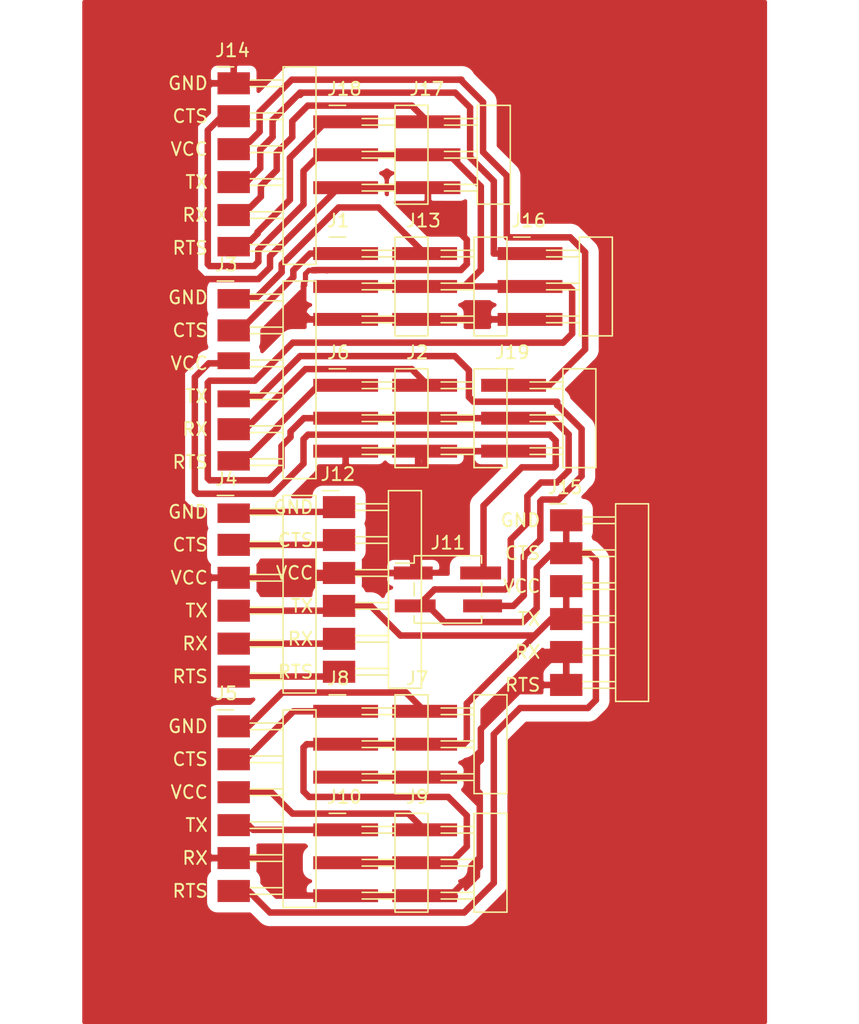
<source format=kicad_pcb>
(kicad_pcb (version 20171130) (host pcbnew "(5.1.12-1-10_14)")

  (general
    (thickness 1.6)
    (drawings 0)
    (tracks 295)
    (zones 0)
    (modules 19)
    (nets 22)
  )

  (page A4)
  (layers
    (0 F.Cu signal)
    (31 B.Cu signal)
    (32 B.Adhes user)
    (33 F.Adhes user)
    (34 B.Paste user)
    (35 F.Paste user)
    (36 B.SilkS user)
    (37 F.SilkS user)
    (38 B.Mask user)
    (39 F.Mask user)
    (40 Dwgs.User user)
    (41 Cmts.User user)
    (42 Eco1.User user)
    (43 Eco2.User user)
    (44 Edge.Cuts user)
    (45 Margin user)
    (46 B.CrtYd user)
    (47 F.CrtYd user)
    (48 B.Fab user)
    (49 F.Fab user)
  )

  (setup
    (last_trace_width 0.5)
    (trace_clearance 0.5)
    (zone_clearance 0.6)
    (zone_45_only no)
    (trace_min 0.2)
    (via_size 0.8)
    (via_drill 0.4)
    (via_min_size 0.4)
    (via_min_drill 0.3)
    (uvia_size 0.3)
    (uvia_drill 0.1)
    (uvias_allowed no)
    (uvia_min_size 0.2)
    (uvia_min_drill 0.1)
    (edge_width 0.05)
    (segment_width 0.2)
    (pcb_text_width 0.3)
    (pcb_text_size 1.5 1.5)
    (mod_edge_width 0.12)
    (mod_text_size 1 1)
    (mod_text_width 0.15)
    (pad_size 3 1)
    (pad_drill 0)
    (pad_to_mask_clearance 0)
    (aux_axis_origin 0 0)
    (visible_elements FFFFFF7F)
    (pcbplotparams
      (layerselection 0x010fc_ffffffff)
      (usegerberextensions false)
      (usegerberattributes true)
      (usegerberadvancedattributes true)
      (creategerberjobfile true)
      (excludeedgelayer true)
      (linewidth 0.100000)
      (plotframeref false)
      (viasonmask false)
      (mode 1)
      (useauxorigin false)
      (hpglpennumber 1)
      (hpglpenspeed 20)
      (hpglpendiameter 15.000000)
      (psnegative false)
      (psa4output false)
      (plotreference true)
      (plotvalue true)
      (plotinvisibletext false)
      (padsonsilk false)
      (subtractmaskfromsilk false)
      (outputformat 1)
      (mirror false)
      (drillshape 1)
      (scaleselection 1)
      (outputdirectory ""))
  )

  (net 0 "")
  (net 1 /D16)
  (net 2 +5V)
  (net 3 GND)
  (net 4 /D11)
  (net 5 /D17)
  (net 6 /O15)
  (net 7 /O14)
  (net 8 /D10)
  (net 9 /A06)
  (net 10 /A07)
  (net 11 +3V3)
  (net 12 /D08)
  (net 13 /D09)
  (net 14 /A05)
  (net 15 /A04)
  (net 16 /A03)
  (net 17 /A02)
  (net 18 /D18)
  (net 19 /D19)
  (net 20 /D22)
  (net 21 /D23)

  (net_class Default "This is the default net class."
    (clearance 0.5)
    (trace_width 0.5)
    (via_dia 0.8)
    (via_drill 0.4)
    (uvia_dia 0.3)
    (uvia_drill 0.1)
    (add_net +3V3)
    (add_net +5V)
    (add_net /A02)
    (add_net /A03)
    (add_net /A04)
    (add_net /A05)
    (add_net /A06)
    (add_net /A07)
    (add_net /D08)
    (add_net /D09)
    (add_net /D10)
    (add_net /D11)
    (add_net /D16)
    (add_net /D17)
    (add_net /D18)
    (add_net /D19)
    (add_net /D22)
    (add_net /D23)
    (add_net /O14)
    (add_net /O15)
    (add_net GND)
  )

  (module fab:PinHeader_FTDI_01x06_P2.54mm_Horizontal_SMD (layer F.Cu) (tedit 61AD8A16) (tstamp 61AD8FA7)
    (at 119.38 69.174)
    (descr https://s3.amazonaws.com/catalogspreads-pdf/PAGE112-113%20.100%20MALE%20HDR.pdf)
    (tags "horizontal pin header SMD 2.54mm")
    (path /618AFA7A)
    (attr smd)
    (fp_text reference J3 (at -1.524 -2.54 180) (layer F.SilkS)
      (effects (font (size 1 1) (thickness 0.15)) (justify left))
    )
    (fp_text value Conn_PinHeader_FTDI_1x06_P2.54mm_Horizontal_SMD (at 2.286 15.621) (layer F.Fab)
      (effects (font (size 1 1) (thickness 0.15)))
    )
    (fp_line (start 6.4 -1.8) (end -1.8 -1.8) (layer F.CrtYd) (width 0.05))
    (fp_line (start 6.4 14.5) (end 6.4 -1.8) (layer F.CrtYd) (width 0.05))
    (fp_line (start -1.8 14.5) (end 6.4 14.5) (layer F.CrtYd) (width 0.05))
    (fp_line (start -1.8 -1.8) (end -1.8 14.5) (layer F.CrtYd) (width 0.05))
    (fp_line (start -1.27 -1.27) (end 0 -1.27) (layer F.SilkS) (width 0.12))
    (fp_line (start 3.8 13.97) (end 3.8 -1.27) (layer F.Fab) (width 0.1))
    (fp_line (start 3.8 -1.27) (end 6.34 -1.27) (layer F.Fab) (width 0.1))
    (fp_line (start 3.8 13.97) (end 6.35 13.97) (layer F.Fab) (width 0.1))
    (fp_line (start 6.34 -1.27) (end 6.35 13.97) (layer F.Fab) (width 0.1))
    (fp_line (start 3.81 0) (end -0.635 0) (layer F.Fab) (width 0.1))
    (fp_line (start 3.81 2.54) (end -0.635 2.54) (layer F.Fab) (width 0.1))
    (fp_line (start 3.81 5.08) (end -0.635 5.08) (layer F.Fab) (width 0.1))
    (fp_line (start 3.81 7.62) (end -0.635 7.62) (layer F.Fab) (width 0.1))
    (fp_line (start 3.81 10.16) (end -0.635 10.16) (layer F.Fab) (width 0.1))
    (fp_line (start 3.81 12.7) (end -0.635 12.7) (layer F.Fab) (width 0.1))
    (fp_line (start 3.81 -1.27) (end 6.35 -1.27) (layer F.SilkS) (width 0.12))
    (fp_line (start 6.35 -1.27) (end 6.35 13.97) (layer F.SilkS) (width 0.12))
    (fp_line (start 6.35 13.97) (end 3.81 13.97) (layer F.SilkS) (width 0.12))
    (fp_line (start 3.81 13.97) (end 3.81 -1.27) (layer F.SilkS) (width 0.12))
    (fp_line (start 3.81 -0.254) (end 1.27 -0.254) (layer F.SilkS) (width 0.12))
    (fp_line (start 3.81 0.254) (end 1.27 0.254) (layer F.SilkS) (width 0.12))
    (fp_line (start 3.81 2.286) (end 1.27 2.286) (layer F.SilkS) (width 0.12))
    (fp_line (start 3.81 2.794) (end 1.27 2.794) (layer F.SilkS) (width 0.12))
    (fp_line (start 3.81 4.826) (end 1.27 4.826) (layer F.SilkS) (width 0.12))
    (fp_line (start 3.81 5.334) (end 1.27 5.334) (layer F.SilkS) (width 0.12))
    (fp_line (start 3.81 7.366) (end 1.27 7.366) (layer F.SilkS) (width 0.12))
    (fp_line (start 3.81 7.874) (end 1.27 7.874) (layer F.SilkS) (width 0.12))
    (fp_line (start 3.81 9.906) (end 1.27 9.906) (layer F.SilkS) (width 0.12))
    (fp_line (start 3.81 10.414) (end 1.27 10.414) (layer F.SilkS) (width 0.12))
    (fp_line (start 3.81 12.446) (end 1.27 12.446) (layer F.SilkS) (width 0.12))
    (fp_line (start 3.81 12.954) (end 1.27 12.954) (layer F.SilkS) (width 0.12))
    (fp_line (start -0.635 -0.254) (end -0.635 0.254) (layer F.Fab) (width 0.1))
    (fp_line (start -0.635 2.286) (end -0.635 2.794) (layer F.Fab) (width 0.1))
    (fp_line (start -0.635 4.826) (end -0.635 5.334) (layer F.Fab) (width 0.1))
    (fp_line (start -0.635 7.366) (end -0.635 7.874) (layer F.Fab) (width 0.1))
    (fp_line (start -0.635 9.906) (end -0.635 10.414) (layer F.Fab) (width 0.1))
    (fp_line (start -0.635 12.446) (end -0.635 12.954) (layer F.Fab) (width 0.1))
    (fp_text user %R (at 2.6 6.1 90) (layer F.Fab)
      (effects (font (size 1 1) (thickness 0.15)))
    )
    (fp_text user GND (at -1.905 0) (layer F.SilkS)
      (effects (font (size 1 1) (thickness 0.15)) (justify right))
    )
    (fp_text user CTS (at -1.905 2.54) (layer F.SilkS)
      (effects (font (size 1 1) (thickness 0.15)) (justify right))
    )
    (fp_text user VCC (at -1.905 5.08) (layer F.SilkS)
      (effects (font (size 1 1) (thickness 0.15)) (justify right))
    )
    (fp_text user TX (at -1.905 7.62) (layer F.SilkS)
      (effects (font (size 1 1) (thickness 0.15)) (justify right))
    )
    (fp_text user RX (at -1.905 10.16) (layer F.SilkS)
      (effects (font (size 1 1) (thickness 0.15)) (justify right))
    )
    (fp_text user RTS (at -1.905 12.7) (layer F.SilkS)
      (effects (font (size 1 1) (thickness 0.15)) (justify right))
    )
    (pad 1 smd rect (at 0 0) (size 2.5 1.5) (drill (offset 0 0.1)) (layers F.Cu F.Paste F.Mask)
      (net 5 /D17))
    (pad 2 smd rect (at 0 2.54) (size 2.5 1.7) (layers F.Cu F.Paste F.Mask)
      (net 1 /D16))
    (pad 3 smd rect (at 0 5.08) (size 2.5 1.3) (drill (offset 0 -0.2)) (layers F.Cu F.Paste F.Mask)
      (net 6 /O15))
    (pad 4 smd rect (at 0 7.62) (size 2.5 1.3) (drill (offset 0 0.2)) (layers F.Cu F.Paste F.Mask)
      (net 7 /O14))
    (pad 5 smd rect (at 0 10.16) (size 2.5 1.7) (layers F.Cu F.Paste F.Mask)
      (net 4 /D11))
    (pad 6 smd rect (at 0 12.7) (size 2.5 1.5) (drill (offset 0 -0.1)) (layers F.Cu F.Paste F.Mask)
      (net 8 /D10))
    (model ${FAB}/fab.3dshapes/Header_SMD_01x06_P2.54mm_Horizontal_Male.step
      (at (xyz 0 0 0))
      (scale (xyz 1 1 1))
      (rotate (xyz 0 0 0))
    )
  )

  (module fab:PinHeader_FTDI_01x06_P2.54mm_Horizontal_SMD (layer F.Cu) (tedit 61AD8833) (tstamp 61AD916C)
    (at 119.38 52.654)
    (descr https://s3.amazonaws.com/catalogspreads-pdf/PAGE112-113%20.100%20MALE%20HDR.pdf)
    (tags "horizontal pin header SMD 2.54mm")
    (path /61AD96FB)
    (attr smd)
    (fp_text reference J14 (at -1.524 -2.54 180) (layer F.SilkS)
      (effects (font (size 1 1) (thickness 0.15)) (justify left))
    )
    (fp_text value Conn_PinHeader_FTDI_1x06_P2.54mm_Horizontal_SMD (at 2.286 15.621) (layer F.Fab)
      (effects (font (size 1 1) (thickness 0.15)))
    )
    (fp_line (start 6.4 -1.8) (end -1.8 -1.8) (layer F.CrtYd) (width 0.05))
    (fp_line (start 6.4 14.5) (end 6.4 -1.8) (layer F.CrtYd) (width 0.05))
    (fp_line (start -1.8 14.5) (end 6.4 14.5) (layer F.CrtYd) (width 0.05))
    (fp_line (start -1.8 -1.8) (end -1.8 14.5) (layer F.CrtYd) (width 0.05))
    (fp_line (start -1.27 -1.27) (end 0 -1.27) (layer F.SilkS) (width 0.12))
    (fp_line (start 3.8 13.97) (end 3.8 -1.27) (layer F.Fab) (width 0.1))
    (fp_line (start 3.8 -1.27) (end 6.34 -1.27) (layer F.Fab) (width 0.1))
    (fp_line (start 3.8 13.97) (end 6.35 13.97) (layer F.Fab) (width 0.1))
    (fp_line (start 6.34 -1.27) (end 6.35 13.97) (layer F.Fab) (width 0.1))
    (fp_line (start 3.81 0) (end -0.635 0) (layer F.Fab) (width 0.1))
    (fp_line (start 3.81 2.54) (end -0.635 2.54) (layer F.Fab) (width 0.1))
    (fp_line (start 3.81 5.08) (end -0.635 5.08) (layer F.Fab) (width 0.1))
    (fp_line (start 3.81 7.62) (end -0.635 7.62) (layer F.Fab) (width 0.1))
    (fp_line (start 3.81 10.16) (end -0.635 10.16) (layer F.Fab) (width 0.1))
    (fp_line (start 3.81 12.7) (end -0.635 12.7) (layer F.Fab) (width 0.1))
    (fp_line (start 3.81 -1.27) (end 6.35 -1.27) (layer F.SilkS) (width 0.12))
    (fp_line (start 6.35 -1.27) (end 6.35 13.97) (layer F.SilkS) (width 0.12))
    (fp_line (start 6.35 13.97) (end 3.81 13.97) (layer F.SilkS) (width 0.12))
    (fp_line (start 3.81 13.97) (end 3.81 -1.27) (layer F.SilkS) (width 0.12))
    (fp_line (start 3.81 -0.254) (end 1.27 -0.254) (layer F.SilkS) (width 0.12))
    (fp_line (start 3.81 0.254) (end 1.27 0.254) (layer F.SilkS) (width 0.12))
    (fp_line (start 3.81 2.286) (end 1.27 2.286) (layer F.SilkS) (width 0.12))
    (fp_line (start 3.81 2.794) (end 1.27 2.794) (layer F.SilkS) (width 0.12))
    (fp_line (start 3.81 4.826) (end 1.27 4.826) (layer F.SilkS) (width 0.12))
    (fp_line (start 3.81 5.334) (end 1.27 5.334) (layer F.SilkS) (width 0.12))
    (fp_line (start 3.81 7.366) (end 1.27 7.366) (layer F.SilkS) (width 0.12))
    (fp_line (start 3.81 7.874) (end 1.27 7.874) (layer F.SilkS) (width 0.12))
    (fp_line (start 3.81 9.906) (end 1.27 9.906) (layer F.SilkS) (width 0.12))
    (fp_line (start 3.81 10.414) (end 1.27 10.414) (layer F.SilkS) (width 0.12))
    (fp_line (start 3.81 12.446) (end 1.27 12.446) (layer F.SilkS) (width 0.12))
    (fp_line (start 3.81 12.954) (end 1.27 12.954) (layer F.SilkS) (width 0.12))
    (fp_line (start -0.635 -0.254) (end -0.635 0.254) (layer F.Fab) (width 0.1))
    (fp_line (start -0.635 2.286) (end -0.635 2.794) (layer F.Fab) (width 0.1))
    (fp_line (start -0.635 4.826) (end -0.635 5.334) (layer F.Fab) (width 0.1))
    (fp_line (start -0.635 7.366) (end -0.635 7.874) (layer F.Fab) (width 0.1))
    (fp_line (start -0.635 9.906) (end -0.635 10.414) (layer F.Fab) (width 0.1))
    (fp_line (start -0.635 12.446) (end -0.635 12.954) (layer F.Fab) (width 0.1))
    (fp_text user %R (at 2.6 6.1 90) (layer F.Fab)
      (effects (font (size 1 1) (thickness 0.15)))
    )
    (fp_text user GND (at -1.905 0) (layer F.SilkS)
      (effects (font (size 1 1) (thickness 0.15)) (justify right))
    )
    (fp_text user CTS (at -1.905 2.54) (layer F.SilkS)
      (effects (font (size 1 1) (thickness 0.15)) (justify right))
    )
    (fp_text user VCC (at -1.905 5.08) (layer F.SilkS)
      (effects (font (size 1 1) (thickness 0.15)) (justify right))
    )
    (fp_text user TX (at -1.905 7.62) (layer F.SilkS)
      (effects (font (size 1 1) (thickness 0.15)) (justify right))
    )
    (fp_text user RX (at -1.905 10.16) (layer F.SilkS)
      (effects (font (size 1 1) (thickness 0.15)) (justify right))
    )
    (fp_text user RTS (at -1.905 12.7) (layer F.SilkS)
      (effects (font (size 1 1) (thickness 0.15)) (justify right))
    )
    (pad 1 smd rect (at 0 0) (size 2.5 1.7) (layers F.Cu F.Paste F.Mask)
      (net 3 GND))
    (pad 2 smd rect (at 0 2.54) (size 2.5 1.7) (layers F.Cu F.Paste F.Mask)
      (net 2 +5V))
    (pad 3 smd rect (at 0 5.08) (size 2.5 1.7) (layers F.Cu F.Paste F.Mask)
      (net 21 /D23))
    (pad 4 smd rect (at 0 7.62) (size 2.5 1.7) (layers F.Cu F.Paste F.Mask)
      (net 20 /D22))
    (pad 5 smd rect (at 0 10.16) (size 2.5 1.7) (layers F.Cu F.Paste F.Mask)
      (net 19 /D19))
    (pad 6 smd rect (at 0 12.7) (size 2.5 1.5) (drill (offset 0 -0.1)) (layers F.Cu F.Paste F.Mask)
      (net 18 /D18))
    (model ${FAB}/fab.3dshapes/Header_SMD_01x06_P2.54mm_Horizontal_Male.step
      (at (xyz 0 0 0))
      (scale (xyz 1 1 1))
      (rotate (xyz 0 0 0))
    )
  )

  (module fab:PinHeader_1x03_P2.54mm_Horizontal_SMD (layer F.Cu) (tedit 61AD85A3) (tstamp 61B191D3)
    (at 134.112 110.236)
    (descr https://s3.amazonaws.com/catalogspreads-pdf/PAGE112-113%20.100%20MALE%20HDR.pdf)
    (tags "horizontal pin header SMD 2.54mm")
    (path /61A25191)
    (attr smd)
    (fp_text reference J9 (at -1.524 -2.54 180) (layer F.SilkS)
      (effects (font (size 1 1) (thickness 0.15)) (justify left))
    )
    (fp_text value Conn_PinHeader_1x03_P2.54mm_Horizontal_SMD (at 2.6 8.3) (layer F.Fab)
      (effects (font (size 1 1) (thickness 0.15)))
    )
    (fp_line (start -0.635 4.826) (end -0.635 5.334) (layer F.Fab) (width 0.1))
    (fp_line (start -0.635 2.286) (end -0.635 2.794) (layer F.Fab) (width 0.1))
    (fp_line (start -0.635 -0.254) (end -0.635 0.254) (layer F.Fab) (width 0.1))
    (fp_line (start 3.81 5.334) (end 1.27 5.334) (layer F.SilkS) (width 0.12))
    (fp_line (start 3.81 4.826) (end 1.27 4.826) (layer F.SilkS) (width 0.12))
    (fp_line (start 3.81 2.794) (end 1.27 2.794) (layer F.SilkS) (width 0.12))
    (fp_line (start 3.81 2.286) (end 1.27 2.286) (layer F.SilkS) (width 0.12))
    (fp_line (start 3.81 0.254) (end 1.27 0.254) (layer F.SilkS) (width 0.12))
    (fp_line (start 3.81 -0.254) (end 1.27 -0.254) (layer F.SilkS) (width 0.12))
    (fp_line (start 3.81 6.35) (end 3.81 -1.27) (layer F.SilkS) (width 0.12))
    (fp_line (start 6.35 6.35) (end 3.81 6.35) (layer F.SilkS) (width 0.12))
    (fp_line (start 6.35 -1.27) (end 6.35 6.35) (layer F.SilkS) (width 0.12))
    (fp_line (start 3.81 -1.27) (end 6.35 -1.27) (layer F.SilkS) (width 0.12))
    (fp_line (start 3.81 5.08) (end -0.635 5.08) (layer F.Fab) (width 0.1))
    (fp_line (start 3.81 2.54) (end -0.635 2.54) (layer F.Fab) (width 0.1))
    (fp_line (start 3.81 0) (end -0.635 0) (layer F.Fab) (width 0.1))
    (fp_line (start 6.34 -1.27) (end 6.35 6.35) (layer F.Fab) (width 0.1))
    (fp_line (start 3.8 6.35) (end 6.35 6.35) (layer F.Fab) (width 0.1))
    (fp_line (start 3.8 -1.27) (end 6.34 -1.27) (layer F.Fab) (width 0.1))
    (fp_line (start 3.81 6.35) (end 3.8 -1.27) (layer F.Fab) (width 0.1))
    (fp_line (start -1.27 -1.27) (end 0 -1.27) (layer F.SilkS) (width 0.12))
    (fp_line (start -1.8 -1.8) (end -1.8 6.9) (layer F.CrtYd) (width 0.05))
    (fp_line (start -1.8 6.9) (end 6.4 6.9) (layer F.CrtYd) (width 0.05))
    (fp_line (start 6.4 6.9) (end 6.4 -1.8) (layer F.CrtYd) (width 0.05))
    (fp_line (start 6.4 -1.8) (end -1.8 -1.8) (layer F.CrtYd) (width 0.05))
    (fp_text user %R (at 2.4 2.6 90) (layer F.Fab)
      (effects (font (size 1 1) (thickness 0.15)))
    )
    (pad 1 smd rect (at 0 0) (size 5 1) (layers F.Cu F.Paste F.Mask)
      (net 16 /A03))
    (pad 2 smd rect (at 0 2.54) (size 5 1) (layers F.Cu F.Paste F.Mask)
      (net 11 +3V3))
    (pad 3 smd rect (at 0 5.08) (size 5 1) (layers F.Cu F.Paste F.Mask)
      (net 3 GND))
    (model "$(FAB)/fab.3dshapes/Header_SMD_01x03_P2.54mm_Horizontal_Male.step"
      (at (xyz 0 0 0))
      (scale (xyz 1 1 1))
      (rotate (xyz 0 0 0))
    )
  )

  (module fab:PinHeader_1x03_P2.54mm_Horizontal_SMD (layer F.Cu) (tedit 61AD8146) (tstamp 61AD91C3)
    (at 142.24 65.786)
    (descr https://s3.amazonaws.com/catalogspreads-pdf/PAGE112-113%20.100%20MALE%20HDR.pdf)
    (tags "horizontal pin header SMD 2.54mm")
    (path /61ADF17A)
    (attr smd)
    (fp_text reference J16 (at -1.524 -2.54 180) (layer F.SilkS)
      (effects (font (size 1 1) (thickness 0.15)) (justify left))
    )
    (fp_text value Conn_PinHeader_1x03_P2.54mm_Horizontal_SMD (at 2.6 8.3) (layer F.Fab)
      (effects (font (size 1 1) (thickness 0.15)))
    )
    (fp_line (start 6.4 -1.8) (end -1.8 -1.8) (layer F.CrtYd) (width 0.05))
    (fp_line (start 6.4 6.9) (end 6.4 -1.8) (layer F.CrtYd) (width 0.05))
    (fp_line (start -1.8 6.9) (end 6.4 6.9) (layer F.CrtYd) (width 0.05))
    (fp_line (start -1.8 -1.8) (end -1.8 6.9) (layer F.CrtYd) (width 0.05))
    (fp_line (start -1.27 -1.27) (end 0 -1.27) (layer F.SilkS) (width 0.12))
    (fp_line (start 3.81 6.35) (end 3.8 -1.27) (layer F.Fab) (width 0.1))
    (fp_line (start 3.8 -1.27) (end 6.34 -1.27) (layer F.Fab) (width 0.1))
    (fp_line (start 3.8 6.35) (end 6.35 6.35) (layer F.Fab) (width 0.1))
    (fp_line (start 6.34 -1.27) (end 6.35 6.35) (layer F.Fab) (width 0.1))
    (fp_line (start 3.81 0) (end -0.635 0) (layer F.Fab) (width 0.1))
    (fp_line (start 3.81 2.54) (end -0.635 2.54) (layer F.Fab) (width 0.1))
    (fp_line (start 3.81 5.08) (end -0.635 5.08) (layer F.Fab) (width 0.1))
    (fp_line (start 3.81 -1.27) (end 6.35 -1.27) (layer F.SilkS) (width 0.12))
    (fp_line (start 6.35 -1.27) (end 6.35 6.35) (layer F.SilkS) (width 0.12))
    (fp_line (start 6.35 6.35) (end 3.81 6.35) (layer F.SilkS) (width 0.12))
    (fp_line (start 3.81 6.35) (end 3.81 -1.27) (layer F.SilkS) (width 0.12))
    (fp_line (start 3.81 -0.254) (end 1.27 -0.254) (layer F.SilkS) (width 0.12))
    (fp_line (start 3.81 0.254) (end 1.27 0.254) (layer F.SilkS) (width 0.12))
    (fp_line (start 3.81 2.286) (end 1.27 2.286) (layer F.SilkS) (width 0.12))
    (fp_line (start 3.81 2.794) (end 1.27 2.794) (layer F.SilkS) (width 0.12))
    (fp_line (start 3.81 4.826) (end 1.27 4.826) (layer F.SilkS) (width 0.12))
    (fp_line (start 3.81 5.334) (end 1.27 5.334) (layer F.SilkS) (width 0.12))
    (fp_line (start -0.635 -0.254) (end -0.635 0.254) (layer F.Fab) (width 0.1))
    (fp_line (start -0.635 2.286) (end -0.635 2.794) (layer F.Fab) (width 0.1))
    (fp_line (start -0.635 4.826) (end -0.635 5.334) (layer F.Fab) (width 0.1))
    (fp_text user %R (at 2.4 2.6 90) (layer F.Fab)
      (effects (font (size 1 1) (thickness 0.15)))
    )
    (pad 3 smd rect (at 0 5.08) (size 5 1) (layers F.Cu F.Paste F.Mask)
      (net 3 GND))
    (pad 2 smd rect (at 0 2.54) (size 5 1) (layers F.Cu F.Paste F.Mask)
      (net 2 +5V))
    (pad 1 smd rect (at 0 0) (size 5 1) (layers F.Cu F.Paste F.Mask)
      (net 20 /D22))
    (model "$(FAB)/fab.3dshapes/Header_SMD_01x03_P2.54mm_Horizontal_Male.step"
      (at (xyz 0 0 0))
      (scale (xyz 1 1 1))
      (rotate (xyz 0 0 0))
    )
  )

  (module fab:PinHeader_1x03_P2.54mm_Horizontal_SMD (layer F.Cu) (tedit 61AD811D) (tstamp 61ADB469)
    (at 134.112 65.786)
    (descr https://s3.amazonaws.com/catalogspreads-pdf/PAGE112-113%20.100%20MALE%20HDR.pdf)
    (tags "horizontal pin header SMD 2.54mm")
    (path /61FBDD46)
    (attr smd)
    (fp_text reference J13 (at -1.524 -2.54 180) (layer F.SilkS)
      (effects (font (size 1 1) (thickness 0.15)) (justify left))
    )
    (fp_text value Conn_PinHeader_1x03_P2.54mm_Horizontal_SMD (at 2.6 8.3) (layer F.Fab)
      (effects (font (size 1 1) (thickness 0.15)))
    )
    (fp_line (start 6.4 -1.8) (end -1.8 -1.8) (layer F.CrtYd) (width 0.05))
    (fp_line (start 6.4 6.9) (end 6.4 -1.8) (layer F.CrtYd) (width 0.05))
    (fp_line (start -1.8 6.9) (end 6.4 6.9) (layer F.CrtYd) (width 0.05))
    (fp_line (start -1.8 -1.8) (end -1.8 6.9) (layer F.CrtYd) (width 0.05))
    (fp_line (start -1.27 -1.27) (end 0 -1.27) (layer F.SilkS) (width 0.12))
    (fp_line (start 3.81 6.35) (end 3.8 -1.27) (layer F.Fab) (width 0.1))
    (fp_line (start 3.8 -1.27) (end 6.34 -1.27) (layer F.Fab) (width 0.1))
    (fp_line (start 3.8 6.35) (end 6.35 6.35) (layer F.Fab) (width 0.1))
    (fp_line (start 6.34 -1.27) (end 6.35 6.35) (layer F.Fab) (width 0.1))
    (fp_line (start 3.81 0) (end -0.635 0) (layer F.Fab) (width 0.1))
    (fp_line (start 3.81 2.54) (end -0.635 2.54) (layer F.Fab) (width 0.1))
    (fp_line (start 3.81 5.08) (end -0.635 5.08) (layer F.Fab) (width 0.1))
    (fp_line (start 3.81 -1.27) (end 6.35 -1.27) (layer F.SilkS) (width 0.12))
    (fp_line (start 6.35 -1.27) (end 6.35 6.35) (layer F.SilkS) (width 0.12))
    (fp_line (start 6.35 6.35) (end 3.81 6.35) (layer F.SilkS) (width 0.12))
    (fp_line (start 3.81 6.35) (end 3.81 -1.27) (layer F.SilkS) (width 0.12))
    (fp_line (start 3.81 -0.254) (end 1.27 -0.254) (layer F.SilkS) (width 0.12))
    (fp_line (start 3.81 0.254) (end 1.27 0.254) (layer F.SilkS) (width 0.12))
    (fp_line (start 3.81 2.286) (end 1.27 2.286) (layer F.SilkS) (width 0.12))
    (fp_line (start 3.81 2.794) (end 1.27 2.794) (layer F.SilkS) (width 0.12))
    (fp_line (start 3.81 4.826) (end 1.27 4.826) (layer F.SilkS) (width 0.12))
    (fp_line (start 3.81 5.334) (end 1.27 5.334) (layer F.SilkS) (width 0.12))
    (fp_line (start -0.635 -0.254) (end -0.635 0.254) (layer F.Fab) (width 0.1))
    (fp_line (start -0.635 2.286) (end -0.635 2.794) (layer F.Fab) (width 0.1))
    (fp_line (start -0.635 4.826) (end -0.635 5.334) (layer F.Fab) (width 0.1))
    (fp_text user %R (at 2.4 2.6 90) (layer F.Fab)
      (effects (font (size 1 1) (thickness 0.15)))
    )
    (pad 3 smd rect (at 0 5.08) (size 5 1) (layers F.Cu F.Paste F.Mask)
      (net 3 GND))
    (pad 2 smd rect (at 0 2.54) (size 5 1) (layers F.Cu F.Paste F.Mask)
      (net 2 +5V))
    (pad 1 smd rect (at 0 0) (size 5 1) (layers F.Cu F.Paste F.Mask)
      (net 5 /D17))
    (model "$(FAB)/fab.3dshapes/Header_SMD_01x03_P2.54mm_Horizontal_Male.step"
      (at (xyz 0 0 0))
      (scale (xyz 1 1 1))
      (rotate (xyz 0 0 0))
    )
  )

  (module fab:PinHeader_1x03_P2.54mm_Horizontal_SMD (layer F.Cu) (tedit 61AD80F8) (tstamp 61ADC116)
    (at 134.366 55.626)
    (descr https://s3.amazonaws.com/catalogspreads-pdf/PAGE112-113%20.100%20MALE%20HDR.pdf)
    (tags "horizontal pin header SMD 2.54mm")
    (path /61ADC22B)
    (attr smd)
    (fp_text reference J17 (at -1.524 -2.54 180) (layer F.SilkS)
      (effects (font (size 1 1) (thickness 0.15)) (justify left))
    )
    (fp_text value Conn_PinHeader_1x03_P2.54mm_Horizontal_SMD (at 2.6 8.3) (layer F.Fab)
      (effects (font (size 1 1) (thickness 0.15)))
    )
    (fp_line (start 6.4 -1.8) (end -1.8 -1.8) (layer F.CrtYd) (width 0.05))
    (fp_line (start 6.4 6.9) (end 6.4 -1.8) (layer F.CrtYd) (width 0.05))
    (fp_line (start -1.8 6.9) (end 6.4 6.9) (layer F.CrtYd) (width 0.05))
    (fp_line (start -1.8 -1.8) (end -1.8 6.9) (layer F.CrtYd) (width 0.05))
    (fp_line (start -1.27 -1.27) (end 0 -1.27) (layer F.SilkS) (width 0.12))
    (fp_line (start 3.81 6.35) (end 3.8 -1.27) (layer F.Fab) (width 0.1))
    (fp_line (start 3.8 -1.27) (end 6.34 -1.27) (layer F.Fab) (width 0.1))
    (fp_line (start 3.8 6.35) (end 6.35 6.35) (layer F.Fab) (width 0.1))
    (fp_line (start 6.34 -1.27) (end 6.35 6.35) (layer F.Fab) (width 0.1))
    (fp_line (start 3.81 0) (end -0.635 0) (layer F.Fab) (width 0.1))
    (fp_line (start 3.81 2.54) (end -0.635 2.54) (layer F.Fab) (width 0.1))
    (fp_line (start 3.81 5.08) (end -0.635 5.08) (layer F.Fab) (width 0.1))
    (fp_line (start 3.81 -1.27) (end 6.35 -1.27) (layer F.SilkS) (width 0.12))
    (fp_line (start 6.35 -1.27) (end 6.35 6.35) (layer F.SilkS) (width 0.12))
    (fp_line (start 6.35 6.35) (end 3.81 6.35) (layer F.SilkS) (width 0.12))
    (fp_line (start 3.81 6.35) (end 3.81 -1.27) (layer F.SilkS) (width 0.12))
    (fp_line (start 3.81 -0.254) (end 1.27 -0.254) (layer F.SilkS) (width 0.12))
    (fp_line (start 3.81 0.254) (end 1.27 0.254) (layer F.SilkS) (width 0.12))
    (fp_line (start 3.81 2.286) (end 1.27 2.286) (layer F.SilkS) (width 0.12))
    (fp_line (start 3.81 2.794) (end 1.27 2.794) (layer F.SilkS) (width 0.12))
    (fp_line (start 3.81 4.826) (end 1.27 4.826) (layer F.SilkS) (width 0.12))
    (fp_line (start 3.81 5.334) (end 1.27 5.334) (layer F.SilkS) (width 0.12))
    (fp_line (start -0.635 -0.254) (end -0.635 0.254) (layer F.Fab) (width 0.1))
    (fp_line (start -0.635 2.286) (end -0.635 2.794) (layer F.Fab) (width 0.1))
    (fp_line (start -0.635 4.826) (end -0.635 5.334) (layer F.Fab) (width 0.1))
    (fp_text user %R (at 2.4 2.6 90) (layer F.Fab)
      (effects (font (size 1 1) (thickness 0.15)))
    )
    (pad 3 smd rect (at 0 5.08) (size 5 1) (layers F.Cu F.Paste F.Mask)
      (net 3 GND))
    (pad 2 smd rect (at 0 2.54) (size 5 1) (layers F.Cu F.Paste F.Mask)
      (net 2 +5V))
    (pad 1 smd rect (at 0 0) (size 5 1) (layers F.Cu F.Paste F.Mask)
      (net 19 /D19))
    (model "$(FAB)/fab.3dshapes/Header_SMD_01x03_P2.54mm_Horizontal_Male.step"
      (at (xyz 0 0 0))
      (scale (xyz 1 1 1))
      (rotate (xyz 0 0 0))
    )
  )

  (module fab:PinHeader_1x03_P2.54mm_Horizontal_SMD (layer F.Cu) (tedit 61AD80DF) (tstamp 61ADBC89)
    (at 128.016 65.786)
    (descr https://s3.amazonaws.com/catalogspreads-pdf/PAGE112-113%20.100%20MALE%20HDR.pdf)
    (tags "horizontal pin header SMD 2.54mm")
    (path /61A2C6FA)
    (attr smd)
    (fp_text reference J1 (at -1.524 -2.54 180) (layer F.SilkS)
      (effects (font (size 1 1) (thickness 0.15)) (justify left))
    )
    (fp_text value Conn_PinHeader_1x03_P2.54mm_Horizontal_SMD (at 2.6 8.3) (layer F.Fab)
      (effects (font (size 1 1) (thickness 0.15)))
    )
    (fp_line (start 6.4 -1.8) (end -1.8 -1.8) (layer F.CrtYd) (width 0.05))
    (fp_line (start 6.4 6.9) (end 6.4 -1.8) (layer F.CrtYd) (width 0.05))
    (fp_line (start -1.8 6.9) (end 6.4 6.9) (layer F.CrtYd) (width 0.05))
    (fp_line (start -1.8 -1.8) (end -1.8 6.9) (layer F.CrtYd) (width 0.05))
    (fp_line (start -1.27 -1.27) (end 0 -1.27) (layer F.SilkS) (width 0.12))
    (fp_line (start 3.81 6.35) (end 3.8 -1.27) (layer F.Fab) (width 0.1))
    (fp_line (start 3.8 -1.27) (end 6.34 -1.27) (layer F.Fab) (width 0.1))
    (fp_line (start 3.8 6.35) (end 6.35 6.35) (layer F.Fab) (width 0.1))
    (fp_line (start 6.34 -1.27) (end 6.35 6.35) (layer F.Fab) (width 0.1))
    (fp_line (start 3.81 0) (end -0.635 0) (layer F.Fab) (width 0.1))
    (fp_line (start 3.81 2.54) (end -0.635 2.54) (layer F.Fab) (width 0.1))
    (fp_line (start 3.81 5.08) (end -0.635 5.08) (layer F.Fab) (width 0.1))
    (fp_line (start 3.81 -1.27) (end 6.35 -1.27) (layer F.SilkS) (width 0.12))
    (fp_line (start 6.35 -1.27) (end 6.35 6.35) (layer F.SilkS) (width 0.12))
    (fp_line (start 6.35 6.35) (end 3.81 6.35) (layer F.SilkS) (width 0.12))
    (fp_line (start 3.81 6.35) (end 3.81 -1.27) (layer F.SilkS) (width 0.12))
    (fp_line (start 3.81 -0.254) (end 1.27 -0.254) (layer F.SilkS) (width 0.12))
    (fp_line (start 3.81 0.254) (end 1.27 0.254) (layer F.SilkS) (width 0.12))
    (fp_line (start 3.81 2.286) (end 1.27 2.286) (layer F.SilkS) (width 0.12))
    (fp_line (start 3.81 2.794) (end 1.27 2.794) (layer F.SilkS) (width 0.12))
    (fp_line (start 3.81 4.826) (end 1.27 4.826) (layer F.SilkS) (width 0.12))
    (fp_line (start 3.81 5.334) (end 1.27 5.334) (layer F.SilkS) (width 0.12))
    (fp_line (start -0.635 -0.254) (end -0.635 0.254) (layer F.Fab) (width 0.1))
    (fp_line (start -0.635 2.286) (end -0.635 2.794) (layer F.Fab) (width 0.1))
    (fp_line (start -0.635 4.826) (end -0.635 5.334) (layer F.Fab) (width 0.1))
    (fp_text user %R (at 2.4 2.6 90) (layer F.Fab)
      (effects (font (size 1 1) (thickness 0.15)))
    )
    (pad 3 smd rect (at 0 5.08) (size 5 1) (layers F.Cu F.Paste F.Mask)
      (net 3 GND))
    (pad 2 smd rect (at 0 2.54) (size 5 1) (layers F.Cu F.Paste F.Mask)
      (net 2 +5V))
    (pad 1 smd rect (at 0 0) (size 5 1) (layers F.Cu F.Paste F.Mask)
      (net 1 /D16))
    (model "$(FAB)/fab.3dshapes/Header_SMD_01x03_P2.54mm_Horizontal_Male.step"
      (at (xyz 0 0 0))
      (scale (xyz 1 1 1))
      (rotate (xyz 0 0 0))
    )
  )

  (module fab:PinHeader_1x03_P2.54mm_Horizontal_SMD (layer F.Cu) (tedit 61AD80EA) (tstamp 61B18970)
    (at 134.112 75.946)
    (descr https://s3.amazonaws.com/catalogspreads-pdf/PAGE112-113%20.100%20MALE%20HDR.pdf)
    (tags "horizontal pin header SMD 2.54mm")
    (path /61A236FE)
    (attr smd)
    (fp_text reference J2 (at -1.524 -2.54 180) (layer F.SilkS)
      (effects (font (size 1 1) (thickness 0.15)) (justify left))
    )
    (fp_text value Conn_PinHeader_1x03_P2.54mm_Horizontal_SMD (at 2.6 8.3) (layer F.Fab)
      (effects (font (size 1 1) (thickness 0.15)))
    )
    (fp_line (start -0.635 4.826) (end -0.635 5.334) (layer F.Fab) (width 0.1))
    (fp_line (start -0.635 2.286) (end -0.635 2.794) (layer F.Fab) (width 0.1))
    (fp_line (start -0.635 -0.254) (end -0.635 0.254) (layer F.Fab) (width 0.1))
    (fp_line (start 3.81 5.334) (end 1.27 5.334) (layer F.SilkS) (width 0.12))
    (fp_line (start 3.81 4.826) (end 1.27 4.826) (layer F.SilkS) (width 0.12))
    (fp_line (start 3.81 2.794) (end 1.27 2.794) (layer F.SilkS) (width 0.12))
    (fp_line (start 3.81 2.286) (end 1.27 2.286) (layer F.SilkS) (width 0.12))
    (fp_line (start 3.81 0.254) (end 1.27 0.254) (layer F.SilkS) (width 0.12))
    (fp_line (start 3.81 -0.254) (end 1.27 -0.254) (layer F.SilkS) (width 0.12))
    (fp_line (start 3.81 6.35) (end 3.81 -1.27) (layer F.SilkS) (width 0.12))
    (fp_line (start 6.35 6.35) (end 3.81 6.35) (layer F.SilkS) (width 0.12))
    (fp_line (start 6.35 -1.27) (end 6.35 6.35) (layer F.SilkS) (width 0.12))
    (fp_line (start 3.81 -1.27) (end 6.35 -1.27) (layer F.SilkS) (width 0.12))
    (fp_line (start 3.81 5.08) (end -0.635 5.08) (layer F.Fab) (width 0.1))
    (fp_line (start 3.81 2.54) (end -0.635 2.54) (layer F.Fab) (width 0.1))
    (fp_line (start 3.81 0) (end -0.635 0) (layer F.Fab) (width 0.1))
    (fp_line (start 6.34 -1.27) (end 6.35 6.35) (layer F.Fab) (width 0.1))
    (fp_line (start 3.8 6.35) (end 6.35 6.35) (layer F.Fab) (width 0.1))
    (fp_line (start 3.8 -1.27) (end 6.34 -1.27) (layer F.Fab) (width 0.1))
    (fp_line (start 3.81 6.35) (end 3.8 -1.27) (layer F.Fab) (width 0.1))
    (fp_line (start -1.27 -1.27) (end 0 -1.27) (layer F.SilkS) (width 0.12))
    (fp_line (start -1.8 -1.8) (end -1.8 6.9) (layer F.CrtYd) (width 0.05))
    (fp_line (start -1.8 6.9) (end 6.4 6.9) (layer F.CrtYd) (width 0.05))
    (fp_line (start 6.4 6.9) (end 6.4 -1.8) (layer F.CrtYd) (width 0.05))
    (fp_line (start 6.4 -1.8) (end -1.8 -1.8) (layer F.CrtYd) (width 0.05))
    (fp_text user %R (at 2.4 2.6 90) (layer F.Fab)
      (effects (font (size 1 1) (thickness 0.15)))
    )
    (pad 1 smd rect (at 0 0) (size 5 1) (layers F.Cu F.Paste F.Mask)
      (net 4 /D11))
    (pad 2 smd rect (at 0 2.54) (size 5 1) (layers F.Cu F.Paste F.Mask)
      (net 2 +5V))
    (pad 3 smd rect (at 0 5.08) (size 5 1) (layers F.Cu F.Paste F.Mask)
      (net 3 GND))
    (model "$(FAB)/fab.3dshapes/Header_SMD_01x03_P2.54mm_Horizontal_Male.step"
      (at (xyz 0 0 0))
      (scale (xyz 1 1 1))
      (rotate (xyz 0 0 0))
    )
  )

  (module fab:PinHeader_FTDI_01x06_P2.54mm_Horizontal_SMD (layer F.Cu) (tedit 61AD89B5) (tstamp 61B17CE4)
    (at 119.38 85.714)
    (descr https://s3.amazonaws.com/catalogspreads-pdf/PAGE112-113%20.100%20MALE%20HDR.pdf)
    (tags "horizontal pin header SMD 2.54mm")
    (path /618B05B0)
    (attr smd)
    (fp_text reference J4 (at -1.524 -2.54 180) (layer F.SilkS)
      (effects (font (size 1 1) (thickness 0.15)) (justify left))
    )
    (fp_text value Conn_PinHeader_FTDI_1x06_P2.54mm_Horizontal_SMD (at 2.286 15.621) (layer F.Fab)
      (effects (font (size 1 1) (thickness 0.15)))
    )
    (fp_line (start -0.635 12.446) (end -0.635 12.954) (layer F.Fab) (width 0.1))
    (fp_line (start -0.635 9.906) (end -0.635 10.414) (layer F.Fab) (width 0.1))
    (fp_line (start -0.635 7.366) (end -0.635 7.874) (layer F.Fab) (width 0.1))
    (fp_line (start -0.635 4.826) (end -0.635 5.334) (layer F.Fab) (width 0.1))
    (fp_line (start -0.635 2.286) (end -0.635 2.794) (layer F.Fab) (width 0.1))
    (fp_line (start -0.635 -0.254) (end -0.635 0.254) (layer F.Fab) (width 0.1))
    (fp_line (start 3.81 12.954) (end 1.27 12.954) (layer F.SilkS) (width 0.12))
    (fp_line (start 3.81 12.446) (end 1.27 12.446) (layer F.SilkS) (width 0.12))
    (fp_line (start 3.81 10.414) (end 1.27 10.414) (layer F.SilkS) (width 0.12))
    (fp_line (start 3.81 9.906) (end 1.27 9.906) (layer F.SilkS) (width 0.12))
    (fp_line (start 3.81 7.874) (end 1.27 7.874) (layer F.SilkS) (width 0.12))
    (fp_line (start 3.81 7.366) (end 1.27 7.366) (layer F.SilkS) (width 0.12))
    (fp_line (start 3.81 5.334) (end 1.27 5.334) (layer F.SilkS) (width 0.12))
    (fp_line (start 3.81 4.826) (end 1.27 4.826) (layer F.SilkS) (width 0.12))
    (fp_line (start 3.81 2.794) (end 1.27 2.794) (layer F.SilkS) (width 0.12))
    (fp_line (start 3.81 2.286) (end 1.27 2.286) (layer F.SilkS) (width 0.12))
    (fp_line (start 3.81 0.254) (end 1.27 0.254) (layer F.SilkS) (width 0.12))
    (fp_line (start 3.81 -0.254) (end 1.27 -0.254) (layer F.SilkS) (width 0.12))
    (fp_line (start 3.81 13.97) (end 3.81 -1.27) (layer F.SilkS) (width 0.12))
    (fp_line (start 6.35 13.97) (end 3.81 13.97) (layer F.SilkS) (width 0.12))
    (fp_line (start 6.35 -1.27) (end 6.35 13.97) (layer F.SilkS) (width 0.12))
    (fp_line (start 3.81 -1.27) (end 6.35 -1.27) (layer F.SilkS) (width 0.12))
    (fp_line (start 3.81 12.7) (end -0.635 12.7) (layer F.Fab) (width 0.1))
    (fp_line (start 3.81 10.16) (end -0.635 10.16) (layer F.Fab) (width 0.1))
    (fp_line (start 3.81 7.62) (end -0.635 7.62) (layer F.Fab) (width 0.1))
    (fp_line (start 3.81 5.08) (end -0.635 5.08) (layer F.Fab) (width 0.1))
    (fp_line (start 3.81 2.54) (end -0.635 2.54) (layer F.Fab) (width 0.1))
    (fp_line (start 3.81 0) (end -0.635 0) (layer F.Fab) (width 0.1))
    (fp_line (start 6.34 -1.27) (end 6.35 13.97) (layer F.Fab) (width 0.1))
    (fp_line (start 3.8 13.97) (end 6.35 13.97) (layer F.Fab) (width 0.1))
    (fp_line (start 3.8 -1.27) (end 6.34 -1.27) (layer F.Fab) (width 0.1))
    (fp_line (start 3.8 13.97) (end 3.8 -1.27) (layer F.Fab) (width 0.1))
    (fp_line (start -1.27 -1.27) (end 0 -1.27) (layer F.SilkS) (width 0.12))
    (fp_line (start -1.8 -1.8) (end -1.8 14.5) (layer F.CrtYd) (width 0.05))
    (fp_line (start -1.8 14.5) (end 6.4 14.5) (layer F.CrtYd) (width 0.05))
    (fp_line (start 6.4 14.5) (end 6.4 -1.8) (layer F.CrtYd) (width 0.05))
    (fp_line (start 6.4 -1.8) (end -1.8 -1.8) (layer F.CrtYd) (width 0.05))
    (fp_text user RTS (at -1.905 12.7) (layer F.SilkS)
      (effects (font (size 1 1) (thickness 0.15)) (justify right))
    )
    (fp_text user RX (at -1.905 10.16) (layer F.SilkS)
      (effects (font (size 1 1) (thickness 0.15)) (justify right))
    )
    (fp_text user TX (at -1.905 7.62) (layer F.SilkS)
      (effects (font (size 1 1) (thickness 0.15)) (justify right))
    )
    (fp_text user VCC (at -1.905 5.08) (layer F.SilkS)
      (effects (font (size 1 1) (thickness 0.15)) (justify right))
    )
    (fp_text user CTS (at -1.905 2.54) (layer F.SilkS)
      (effects (font (size 1 1) (thickness 0.15)) (justify right))
    )
    (fp_text user GND (at -1.905 0) (layer F.SilkS)
      (effects (font (size 1 1) (thickness 0.15)) (justify right))
    )
    (fp_text user %R (at 2.6 6.1 90) (layer F.Fab)
      (effects (font (size 1 1) (thickness 0.15)))
    )
    (pad 6 smd rect (at 0 12.7) (size 2.5 1.7) (layers F.Cu F.Paste F.Mask)
      (net 9 /A06))
    (pad 5 smd rect (at 0 10.16) (size 2.5 1.7) (layers F.Cu F.Paste F.Mask)
      (net 10 /A07))
    (pad 4 smd rect (at 0 7.62) (size 2.5 1.7) (layers F.Cu F.Paste F.Mask)
      (net 11 +3V3))
    (pad 3 smd rect (at 0 5.08) (size 2.5 1.7) (layers F.Cu F.Paste F.Mask)
      (net 3 GND))
    (pad 2 smd rect (at 0 2.54) (size 2.5 1.7) (layers F.Cu F.Paste F.Mask)
      (net 12 /D08))
    (pad 1 smd rect (at 0 0) (size 2.5 1.5) (drill (offset 0 0.1)) (layers F.Cu F.Paste F.Mask)
      (net 13 /D09))
    (model ${FAB}/fab.3dshapes/Header_SMD_01x06_P2.54mm_Horizontal_Male.step
      (at (xyz 0 0 0))
      (scale (xyz 1 1 1))
      (rotate (xyz 0 0 0))
    )
  )

  (module fab:PinHeader_FTDI_01x06_P2.54mm_Horizontal_SMD (layer F.Cu) (tedit 60851AE4) (tstamp 61AD9013)
    (at 119.38 102.254)
    (descr https://s3.amazonaws.com/catalogspreads-pdf/PAGE112-113%20.100%20MALE%20HDR.pdf)
    (tags "horizontal pin header SMD 2.54mm")
    (path /618B449D)
    (attr smd)
    (fp_text reference J5 (at -1.524 -2.54 180) (layer F.SilkS)
      (effects (font (size 1 1) (thickness 0.15)) (justify left))
    )
    (fp_text value Conn_PinHeader_FTDI_1x06_P2.54mm_Horizontal_SMD (at 2.286 15.621) (layer F.Fab)
      (effects (font (size 1 1) (thickness 0.15)))
    )
    (fp_line (start 6.4 -1.8) (end -1.8 -1.8) (layer F.CrtYd) (width 0.05))
    (fp_line (start 6.4 14.5) (end 6.4 -1.8) (layer F.CrtYd) (width 0.05))
    (fp_line (start -1.8 14.5) (end 6.4 14.5) (layer F.CrtYd) (width 0.05))
    (fp_line (start -1.8 -1.8) (end -1.8 14.5) (layer F.CrtYd) (width 0.05))
    (fp_line (start -1.27 -1.27) (end 0 -1.27) (layer F.SilkS) (width 0.12))
    (fp_line (start 3.8 13.97) (end 3.8 -1.27) (layer F.Fab) (width 0.1))
    (fp_line (start 3.8 -1.27) (end 6.34 -1.27) (layer F.Fab) (width 0.1))
    (fp_line (start 3.8 13.97) (end 6.35 13.97) (layer F.Fab) (width 0.1))
    (fp_line (start 6.34 -1.27) (end 6.35 13.97) (layer F.Fab) (width 0.1))
    (fp_line (start 3.81 0) (end -0.635 0) (layer F.Fab) (width 0.1))
    (fp_line (start 3.81 2.54) (end -0.635 2.54) (layer F.Fab) (width 0.1))
    (fp_line (start 3.81 5.08) (end -0.635 5.08) (layer F.Fab) (width 0.1))
    (fp_line (start 3.81 7.62) (end -0.635 7.62) (layer F.Fab) (width 0.1))
    (fp_line (start 3.81 10.16) (end -0.635 10.16) (layer F.Fab) (width 0.1))
    (fp_line (start 3.81 12.7) (end -0.635 12.7) (layer F.Fab) (width 0.1))
    (fp_line (start 3.81 -1.27) (end 6.35 -1.27) (layer F.SilkS) (width 0.12))
    (fp_line (start 6.35 -1.27) (end 6.35 13.97) (layer F.SilkS) (width 0.12))
    (fp_line (start 6.35 13.97) (end 3.81 13.97) (layer F.SilkS) (width 0.12))
    (fp_line (start 3.81 13.97) (end 3.81 -1.27) (layer F.SilkS) (width 0.12))
    (fp_line (start 3.81 -0.254) (end 1.27 -0.254) (layer F.SilkS) (width 0.12))
    (fp_line (start 3.81 0.254) (end 1.27 0.254) (layer F.SilkS) (width 0.12))
    (fp_line (start 3.81 2.286) (end 1.27 2.286) (layer F.SilkS) (width 0.12))
    (fp_line (start 3.81 2.794) (end 1.27 2.794) (layer F.SilkS) (width 0.12))
    (fp_line (start 3.81 4.826) (end 1.27 4.826) (layer F.SilkS) (width 0.12))
    (fp_line (start 3.81 5.334) (end 1.27 5.334) (layer F.SilkS) (width 0.12))
    (fp_line (start 3.81 7.366) (end 1.27 7.366) (layer F.SilkS) (width 0.12))
    (fp_line (start 3.81 7.874) (end 1.27 7.874) (layer F.SilkS) (width 0.12))
    (fp_line (start 3.81 9.906) (end 1.27 9.906) (layer F.SilkS) (width 0.12))
    (fp_line (start 3.81 10.414) (end 1.27 10.414) (layer F.SilkS) (width 0.12))
    (fp_line (start 3.81 12.446) (end 1.27 12.446) (layer F.SilkS) (width 0.12))
    (fp_line (start 3.81 12.954) (end 1.27 12.954) (layer F.SilkS) (width 0.12))
    (fp_line (start -0.635 -0.254) (end -0.635 0.254) (layer F.Fab) (width 0.1))
    (fp_line (start -0.635 2.286) (end -0.635 2.794) (layer F.Fab) (width 0.1))
    (fp_line (start -0.635 4.826) (end -0.635 5.334) (layer F.Fab) (width 0.1))
    (fp_line (start -0.635 7.366) (end -0.635 7.874) (layer F.Fab) (width 0.1))
    (fp_line (start -0.635 9.906) (end -0.635 10.414) (layer F.Fab) (width 0.1))
    (fp_line (start -0.635 12.446) (end -0.635 12.954) (layer F.Fab) (width 0.1))
    (fp_text user %R (at 2.6 6.1 90) (layer F.Fab)
      (effects (font (size 1 1) (thickness 0.15)))
    )
    (fp_text user GND (at -1.905 0) (layer F.SilkS)
      (effects (font (size 1 1) (thickness 0.15)) (justify right))
    )
    (fp_text user CTS (at -1.905 2.54) (layer F.SilkS)
      (effects (font (size 1 1) (thickness 0.15)) (justify right))
    )
    (fp_text user VCC (at -1.905 5.08) (layer F.SilkS)
      (effects (font (size 1 1) (thickness 0.15)) (justify right))
    )
    (fp_text user TX (at -1.905 7.62) (layer F.SilkS)
      (effects (font (size 1 1) (thickness 0.15)) (justify right))
    )
    (fp_text user RX (at -1.905 10.16) (layer F.SilkS)
      (effects (font (size 1 1) (thickness 0.15)) (justify right))
    )
    (fp_text user RTS (at -1.905 12.7) (layer F.SilkS)
      (effects (font (size 1 1) (thickness 0.15)) (justify right))
    )
    (pad 1 smd rect (at 0 0) (size 2.5 1.7) (layers F.Cu F.Paste F.Mask)
      (net 14 /A05))
    (pad 2 smd rect (at 0 2.54) (size 2.5 1.7) (layers F.Cu F.Paste F.Mask)
      (net 15 /A04))
    (pad 3 smd rect (at 0 5.08) (size 2.5 1.7) (layers F.Cu F.Paste F.Mask)
      (net 16 /A03))
    (pad 4 smd rect (at 0 7.62) (size 2.5 1.7) (layers F.Cu F.Paste F.Mask)
      (net 17 /A02))
    (pad 5 smd rect (at 0 10.16) (size 2.5 1.7) (layers F.Cu F.Paste F.Mask)
      (net 3 GND))
    (pad 6 smd rect (at 0 12.7) (size 2.5 1.7) (layers F.Cu F.Paste F.Mask)
      (net 2 +5V))
    (model ${FAB}/fab.3dshapes/Header_SMD_01x06_P2.54mm_Horizontal_Male.step
      (at (xyz 0 0 0))
      (scale (xyz 1 1 1))
      (rotate (xyz 0 0 0))
    )
  )

  (module fab:PinHeader_1x03_P2.54mm_Horizontal_SMD (layer F.Cu) (tedit 61AD8130) (tstamp 61AD9034)
    (at 128.016 75.946)
    (descr https://s3.amazonaws.com/catalogspreads-pdf/PAGE112-113%20.100%20MALE%20HDR.pdf)
    (tags "horizontal pin header SMD 2.54mm")
    (path /61F79412)
    (attr smd)
    (fp_text reference J6 (at -1.524 -2.54 180) (layer F.SilkS)
      (effects (font (size 1 1) (thickness 0.15)) (justify left))
    )
    (fp_text value Conn_PinHeader_1x03_P2.54mm_Horizontal_SMD (at 2.6 8.3) (layer F.Fab)
      (effects (font (size 1 1) (thickness 0.15)))
    )
    (fp_line (start -0.635 4.826) (end -0.635 5.334) (layer F.Fab) (width 0.1))
    (fp_line (start -0.635 2.286) (end -0.635 2.794) (layer F.Fab) (width 0.1))
    (fp_line (start -0.635 -0.254) (end -0.635 0.254) (layer F.Fab) (width 0.1))
    (fp_line (start 3.81 5.334) (end 1.27 5.334) (layer F.SilkS) (width 0.12))
    (fp_line (start 3.81 4.826) (end 1.27 4.826) (layer F.SilkS) (width 0.12))
    (fp_line (start 3.81 2.794) (end 1.27 2.794) (layer F.SilkS) (width 0.12))
    (fp_line (start 3.81 2.286) (end 1.27 2.286) (layer F.SilkS) (width 0.12))
    (fp_line (start 3.81 0.254) (end 1.27 0.254) (layer F.SilkS) (width 0.12))
    (fp_line (start 3.81 -0.254) (end 1.27 -0.254) (layer F.SilkS) (width 0.12))
    (fp_line (start 3.81 6.35) (end 3.81 -1.27) (layer F.SilkS) (width 0.12))
    (fp_line (start 6.35 6.35) (end 3.81 6.35) (layer F.SilkS) (width 0.12))
    (fp_line (start 6.35 -1.27) (end 6.35 6.35) (layer F.SilkS) (width 0.12))
    (fp_line (start 3.81 -1.27) (end 6.35 -1.27) (layer F.SilkS) (width 0.12))
    (fp_line (start 3.81 5.08) (end -0.635 5.08) (layer F.Fab) (width 0.1))
    (fp_line (start 3.81 2.54) (end -0.635 2.54) (layer F.Fab) (width 0.1))
    (fp_line (start 3.81 0) (end -0.635 0) (layer F.Fab) (width 0.1))
    (fp_line (start 6.34 -1.27) (end 6.35 6.35) (layer F.Fab) (width 0.1))
    (fp_line (start 3.8 6.35) (end 6.35 6.35) (layer F.Fab) (width 0.1))
    (fp_line (start 3.8 -1.27) (end 6.34 -1.27) (layer F.Fab) (width 0.1))
    (fp_line (start 3.81 6.35) (end 3.8 -1.27) (layer F.Fab) (width 0.1))
    (fp_line (start -1.27 -1.27) (end 0 -1.27) (layer F.SilkS) (width 0.12))
    (fp_line (start -1.8 -1.8) (end -1.8 6.9) (layer F.CrtYd) (width 0.05))
    (fp_line (start -1.8 6.9) (end 6.4 6.9) (layer F.CrtYd) (width 0.05))
    (fp_line (start 6.4 6.9) (end 6.4 -1.8) (layer F.CrtYd) (width 0.05))
    (fp_line (start 6.4 -1.8) (end -1.8 -1.8) (layer F.CrtYd) (width 0.05))
    (fp_text user %R (at 2.4 2.6 90) (layer F.Fab)
      (effects (font (size 1 1) (thickness 0.15)))
    )
    (pad 1 smd rect (at 0 0) (size 5 1) (layers F.Cu F.Paste F.Mask)
      (net 8 /D10))
    (pad 2 smd rect (at 0 2.54) (size 5 1) (layers F.Cu F.Paste F.Mask)
      (net 2 +5V))
    (pad 3 smd rect (at 0 5.08) (size 5 1) (layers F.Cu F.Paste F.Mask)
      (net 3 GND))
    (model "$(FAB)/fab.3dshapes/Header_SMD_01x03_P2.54mm_Horizontal_Male.step"
      (at (xyz 0 0 0))
      (scale (xyz 1 1 1))
      (rotate (xyz 0 0 0))
    )
  )

  (module fab:PinHeader_1x03_P2.54mm_Horizontal_SMD (layer F.Cu) (tedit 61AD813B) (tstamp 61ADB7BD)
    (at 134.112 101.092)
    (descr https://s3.amazonaws.com/catalogspreads-pdf/PAGE112-113%20.100%20MALE%20HDR.pdf)
    (tags "horizontal pin header SMD 2.54mm")
    (path /61A244F6)
    (attr smd)
    (fp_text reference J7 (at -1.524 -2.54 180) (layer F.SilkS)
      (effects (font (size 1 1) (thickness 0.15)) (justify left))
    )
    (fp_text value Conn_PinHeader_1x03_P2.54mm_Horizontal_SMD (at 2.6 8.3) (layer F.Fab)
      (effects (font (size 1 1) (thickness 0.15)))
    )
    (fp_line (start 6.4 -1.8) (end -1.8 -1.8) (layer F.CrtYd) (width 0.05))
    (fp_line (start 6.4 6.9) (end 6.4 -1.8) (layer F.CrtYd) (width 0.05))
    (fp_line (start -1.8 6.9) (end 6.4 6.9) (layer F.CrtYd) (width 0.05))
    (fp_line (start -1.8 -1.8) (end -1.8 6.9) (layer F.CrtYd) (width 0.05))
    (fp_line (start -1.27 -1.27) (end 0 -1.27) (layer F.SilkS) (width 0.12))
    (fp_line (start 3.81 6.35) (end 3.8 -1.27) (layer F.Fab) (width 0.1))
    (fp_line (start 3.8 -1.27) (end 6.34 -1.27) (layer F.Fab) (width 0.1))
    (fp_line (start 3.8 6.35) (end 6.35 6.35) (layer F.Fab) (width 0.1))
    (fp_line (start 6.34 -1.27) (end 6.35 6.35) (layer F.Fab) (width 0.1))
    (fp_line (start 3.81 0) (end -0.635 0) (layer F.Fab) (width 0.1))
    (fp_line (start 3.81 2.54) (end -0.635 2.54) (layer F.Fab) (width 0.1))
    (fp_line (start 3.81 5.08) (end -0.635 5.08) (layer F.Fab) (width 0.1))
    (fp_line (start 3.81 -1.27) (end 6.35 -1.27) (layer F.SilkS) (width 0.12))
    (fp_line (start 6.35 -1.27) (end 6.35 6.35) (layer F.SilkS) (width 0.12))
    (fp_line (start 6.35 6.35) (end 3.81 6.35) (layer F.SilkS) (width 0.12))
    (fp_line (start 3.81 6.35) (end 3.81 -1.27) (layer F.SilkS) (width 0.12))
    (fp_line (start 3.81 -0.254) (end 1.27 -0.254) (layer F.SilkS) (width 0.12))
    (fp_line (start 3.81 0.254) (end 1.27 0.254) (layer F.SilkS) (width 0.12))
    (fp_line (start 3.81 2.286) (end 1.27 2.286) (layer F.SilkS) (width 0.12))
    (fp_line (start 3.81 2.794) (end 1.27 2.794) (layer F.SilkS) (width 0.12))
    (fp_line (start 3.81 4.826) (end 1.27 4.826) (layer F.SilkS) (width 0.12))
    (fp_line (start 3.81 5.334) (end 1.27 5.334) (layer F.SilkS) (width 0.12))
    (fp_line (start -0.635 -0.254) (end -0.635 0.254) (layer F.Fab) (width 0.1))
    (fp_line (start -0.635 2.286) (end -0.635 2.794) (layer F.Fab) (width 0.1))
    (fp_line (start -0.635 4.826) (end -0.635 5.334) (layer F.Fab) (width 0.1))
    (fp_text user %R (at 2.4 2.6 90) (layer F.Fab)
      (effects (font (size 1 1) (thickness 0.15)))
    )
    (pad 3 smd rect (at 0 5.08) (size 5 1) (layers F.Cu F.Paste F.Mask)
      (net 3 GND))
    (pad 2 smd rect (at 0 2.54) (size 5 1) (layers F.Cu F.Paste F.Mask)
      (net 11 +3V3))
    (pad 1 smd rect (at 0 0) (size 5 1) (layers F.Cu F.Paste F.Mask)
      (net 14 /A05))
    (model "$(FAB)/fab.3dshapes/Header_SMD_01x03_P2.54mm_Horizontal_Male.step"
      (at (xyz 0 0 0))
      (scale (xyz 1 1 1))
      (rotate (xyz 0 0 0))
    )
  )

  (module fab:PinHeader_1x03_P2.54mm_Horizontal_SMD (layer F.Cu) (tedit 61AD811A) (tstamp 61ADB75D)
    (at 128.016 101.092)
    (descr https://s3.amazonaws.com/catalogspreads-pdf/PAGE112-113%20.100%20MALE%20HDR.pdf)
    (tags "horizontal pin header SMD 2.54mm")
    (path /61A24A22)
    (attr smd)
    (fp_text reference J8 (at -1.524 -2.54 180) (layer F.SilkS)
      (effects (font (size 1 1) (thickness 0.15)) (justify left))
    )
    (fp_text value Conn_PinHeader_1x03_P2.54mm_Horizontal_SMD (at 2.6 8.3) (layer F.Fab)
      (effects (font (size 1 1) (thickness 0.15)))
    )
    (fp_line (start -0.635 4.826) (end -0.635 5.334) (layer F.Fab) (width 0.1))
    (fp_line (start -0.635 2.286) (end -0.635 2.794) (layer F.Fab) (width 0.1))
    (fp_line (start -0.635 -0.254) (end -0.635 0.254) (layer F.Fab) (width 0.1))
    (fp_line (start 3.81 5.334) (end 1.27 5.334) (layer F.SilkS) (width 0.12))
    (fp_line (start 3.81 4.826) (end 1.27 4.826) (layer F.SilkS) (width 0.12))
    (fp_line (start 3.81 2.794) (end 1.27 2.794) (layer F.SilkS) (width 0.12))
    (fp_line (start 3.81 2.286) (end 1.27 2.286) (layer F.SilkS) (width 0.12))
    (fp_line (start 3.81 0.254) (end 1.27 0.254) (layer F.SilkS) (width 0.12))
    (fp_line (start 3.81 -0.254) (end 1.27 -0.254) (layer F.SilkS) (width 0.12))
    (fp_line (start 3.81 6.35) (end 3.81 -1.27) (layer F.SilkS) (width 0.12))
    (fp_line (start 6.35 6.35) (end 3.81 6.35) (layer F.SilkS) (width 0.12))
    (fp_line (start 6.35 -1.27) (end 6.35 6.35) (layer F.SilkS) (width 0.12))
    (fp_line (start 3.81 -1.27) (end 6.35 -1.27) (layer F.SilkS) (width 0.12))
    (fp_line (start 3.81 5.08) (end -0.635 5.08) (layer F.Fab) (width 0.1))
    (fp_line (start 3.81 2.54) (end -0.635 2.54) (layer F.Fab) (width 0.1))
    (fp_line (start 3.81 0) (end -0.635 0) (layer F.Fab) (width 0.1))
    (fp_line (start 6.34 -1.27) (end 6.35 6.35) (layer F.Fab) (width 0.1))
    (fp_line (start 3.8 6.35) (end 6.35 6.35) (layer F.Fab) (width 0.1))
    (fp_line (start 3.8 -1.27) (end 6.34 -1.27) (layer F.Fab) (width 0.1))
    (fp_line (start 3.81 6.35) (end 3.8 -1.27) (layer F.Fab) (width 0.1))
    (fp_line (start -1.27 -1.27) (end 0 -1.27) (layer F.SilkS) (width 0.12))
    (fp_line (start -1.8 -1.8) (end -1.8 6.9) (layer F.CrtYd) (width 0.05))
    (fp_line (start -1.8 6.9) (end 6.4 6.9) (layer F.CrtYd) (width 0.05))
    (fp_line (start 6.4 6.9) (end 6.4 -1.8) (layer F.CrtYd) (width 0.05))
    (fp_line (start 6.4 -1.8) (end -1.8 -1.8) (layer F.CrtYd) (width 0.05))
    (fp_text user %R (at 2.4 2.6 90) (layer F.Fab)
      (effects (font (size 1 1) (thickness 0.15)))
    )
    (pad 1 smd rect (at 0 0) (size 5 1) (layers F.Cu F.Paste F.Mask)
      (net 15 /A04))
    (pad 2 smd rect (at 0 2.54) (size 5 1) (layers F.Cu F.Paste F.Mask)
      (net 11 +3V3))
    (pad 3 smd rect (at 0 5.08) (size 5 1) (layers F.Cu F.Paste F.Mask)
      (net 3 GND))
    (model "$(FAB)/fab.3dshapes/Header_SMD_01x03_P2.54mm_Horizontal_Male.step"
      (at (xyz 0 0 0))
      (scale (xyz 1 1 1))
      (rotate (xyz 0 0 0))
    )
  )

  (module fab:PinHeader_1x03_P2.54mm_Horizontal_SMD (layer F.Cu) (tedit 61AD80D0) (tstamp 61ADB69D)
    (at 128.016 110.236)
    (descr https://s3.amazonaws.com/catalogspreads-pdf/PAGE112-113%20.100%20MALE%20HDR.pdf)
    (tags "horizontal pin header SMD 2.54mm")
    (path /61A256E1)
    (attr smd)
    (fp_text reference J10 (at -1.524 -2.54 180) (layer F.SilkS)
      (effects (font (size 1 1) (thickness 0.15)) (justify left))
    )
    (fp_text value Conn_PinHeader_1x03_P2.54mm_Horizontal_SMD (at 2.6 8.3) (layer F.Fab)
      (effects (font (size 1 1) (thickness 0.15)))
    )
    (fp_line (start -0.635 4.826) (end -0.635 5.334) (layer F.Fab) (width 0.1))
    (fp_line (start -0.635 2.286) (end -0.635 2.794) (layer F.Fab) (width 0.1))
    (fp_line (start -0.635 -0.254) (end -0.635 0.254) (layer F.Fab) (width 0.1))
    (fp_line (start 3.81 5.334) (end 1.27 5.334) (layer F.SilkS) (width 0.12))
    (fp_line (start 3.81 4.826) (end 1.27 4.826) (layer F.SilkS) (width 0.12))
    (fp_line (start 3.81 2.794) (end 1.27 2.794) (layer F.SilkS) (width 0.12))
    (fp_line (start 3.81 2.286) (end 1.27 2.286) (layer F.SilkS) (width 0.12))
    (fp_line (start 3.81 0.254) (end 1.27 0.254) (layer F.SilkS) (width 0.12))
    (fp_line (start 3.81 -0.254) (end 1.27 -0.254) (layer F.SilkS) (width 0.12))
    (fp_line (start 3.81 6.35) (end 3.81 -1.27) (layer F.SilkS) (width 0.12))
    (fp_line (start 6.35 6.35) (end 3.81 6.35) (layer F.SilkS) (width 0.12))
    (fp_line (start 6.35 -1.27) (end 6.35 6.35) (layer F.SilkS) (width 0.12))
    (fp_line (start 3.81 -1.27) (end 6.35 -1.27) (layer F.SilkS) (width 0.12))
    (fp_line (start 3.81 5.08) (end -0.635 5.08) (layer F.Fab) (width 0.1))
    (fp_line (start 3.81 2.54) (end -0.635 2.54) (layer F.Fab) (width 0.1))
    (fp_line (start 3.81 0) (end -0.635 0) (layer F.Fab) (width 0.1))
    (fp_line (start 6.34 -1.27) (end 6.35 6.35) (layer F.Fab) (width 0.1))
    (fp_line (start 3.8 6.35) (end 6.35 6.35) (layer F.Fab) (width 0.1))
    (fp_line (start 3.8 -1.27) (end 6.34 -1.27) (layer F.Fab) (width 0.1))
    (fp_line (start 3.81 6.35) (end 3.8 -1.27) (layer F.Fab) (width 0.1))
    (fp_line (start -1.27 -1.27) (end 0 -1.27) (layer F.SilkS) (width 0.12))
    (fp_line (start -1.8 -1.8) (end -1.8 6.9) (layer F.CrtYd) (width 0.05))
    (fp_line (start -1.8 6.9) (end 6.4 6.9) (layer F.CrtYd) (width 0.05))
    (fp_line (start 6.4 6.9) (end 6.4 -1.8) (layer F.CrtYd) (width 0.05))
    (fp_line (start 6.4 -1.8) (end -1.8 -1.8) (layer F.CrtYd) (width 0.05))
    (fp_text user %R (at 2.4 2.6 90) (layer F.Fab)
      (effects (font (size 1 1) (thickness 0.15)))
    )
    (pad 1 smd rect (at 0 0) (size 5 1) (layers F.Cu F.Paste F.Mask)
      (net 17 /A02))
    (pad 2 smd rect (at 0 2.54) (size 5 1) (layers F.Cu F.Paste F.Mask)
      (net 11 +3V3))
    (pad 3 smd rect (at 0 5.08) (size 5 1) (layers F.Cu F.Paste F.Mask)
      (net 3 GND))
    (model "$(FAB)/fab.3dshapes/Header_SMD_01x03_P2.54mm_Horizontal_Male.step"
      (at (xyz 0 0 0))
      (scale (xyz 1 1 1))
      (rotate (xyz 0 0 0))
    )
  )

  (module fab:PinHeader_2x02_P2.54mm_Vertical_SMD (layer F.Cu) (tedit 61AD8AF7) (tstamp 61AD90DF)
    (at 135.905 91.694)
    (descr "surface-mounted straight pin header, 2x02, 2.54mm pitch, double rows")
    (tags "Surface mounted pin header SMD 2x02 2.54mm double row")
    (path /61A2DD2A)
    (attr smd)
    (fp_text reference J11 (at 0 -3.6) (layer F.SilkS)
      (effects (font (size 1 1) (thickness 0.15)))
    )
    (fp_text value Conn_PinHeader_2x02_P2.54mm_Vertical_SMD (at 0 3.6) (layer F.Fab)
      (effects (font (size 1 1) (thickness 0.15)))
    )
    (fp_line (start 5.9 -3.05) (end -5.9 -3.05) (layer F.CrtYd) (width 0.05))
    (fp_line (start 5.9 3.05) (end 5.9 -3.05) (layer F.CrtYd) (width 0.05))
    (fp_line (start -5.9 3.05) (end 5.9 3.05) (layer F.CrtYd) (width 0.05))
    (fp_line (start -5.9 -3.05) (end -5.9 3.05) (layer F.CrtYd) (width 0.05))
    (fp_line (start 2.6 -0.51) (end 2.6 0.51) (layer F.SilkS) (width 0.12))
    (fp_line (start -2.6 -0.51) (end -2.6 0.51) (layer F.SilkS) (width 0.12))
    (fp_line (start 2.6 2.03) (end 2.6 2.6) (layer F.SilkS) (width 0.12))
    (fp_line (start -2.6 2.03) (end -2.6 2.6) (layer F.SilkS) (width 0.12))
    (fp_line (start 2.6 -2.6) (end 2.6 -2.03) (layer F.SilkS) (width 0.12))
    (fp_line (start -2.6 -2.6) (end -2.6 -2.03) (layer F.SilkS) (width 0.12))
    (fp_line (start -4.04 -2.03) (end -2.6 -2.03) (layer F.SilkS) (width 0.12))
    (fp_line (start -2.6 2.6) (end 2.6 2.6) (layer F.SilkS) (width 0.12))
    (fp_line (start -2.6 -2.6) (end 2.6 -2.6) (layer F.SilkS) (width 0.12))
    (fp_line (start 3.6 1.59) (end 2.54 1.59) (layer F.Fab) (width 0.1))
    (fp_line (start 3.6 0.95) (end 3.6 1.59) (layer F.Fab) (width 0.1))
    (fp_line (start 2.54 0.95) (end 3.6 0.95) (layer F.Fab) (width 0.1))
    (fp_line (start -3.6 1.59) (end -2.54 1.59) (layer F.Fab) (width 0.1))
    (fp_line (start -3.6 0.95) (end -3.6 1.59) (layer F.Fab) (width 0.1))
    (fp_line (start -2.54 0.95) (end -3.6 0.95) (layer F.Fab) (width 0.1))
    (fp_line (start 3.6 -0.95) (end 2.54 -0.95) (layer F.Fab) (width 0.1))
    (fp_line (start 3.6 -1.59) (end 3.6 -0.95) (layer F.Fab) (width 0.1))
    (fp_line (start 2.54 -1.59) (end 3.6 -1.59) (layer F.Fab) (width 0.1))
    (fp_line (start -3.6 -0.95) (end -2.54 -0.95) (layer F.Fab) (width 0.1))
    (fp_line (start -3.6 -1.59) (end -3.6 -0.95) (layer F.Fab) (width 0.1))
    (fp_line (start -2.54 -1.59) (end -3.6 -1.59) (layer F.Fab) (width 0.1))
    (fp_line (start 2.54 -2.54) (end 2.54 2.54) (layer F.Fab) (width 0.1))
    (fp_line (start -2.54 -1.59) (end -1.59 -2.54) (layer F.Fab) (width 0.1))
    (fp_line (start -2.54 2.54) (end -2.54 -1.59) (layer F.Fab) (width 0.1))
    (fp_line (start -1.59 -2.54) (end 2.54 -2.54) (layer F.Fab) (width 0.1))
    (fp_line (start 2.54 2.54) (end -2.54 2.54) (layer F.Fab) (width 0.1))
    (fp_text user %R (at 0 0 90) (layer F.Fab)
      (effects (font (size 1 1) (thickness 0.15)))
    )
    (pad 1 smd rect (at -2.525 -1.27) (size 3 1) (drill (offset -0.15 0)) (layers F.Cu F.Paste F.Mask)
      (net 3 GND))
    (pad 2 smd rect (at 2.525 -1.27) (size 3.15 1) (layers F.Cu F.Paste F.Mask)
      (net 6 /O15))
    (pad 3 smd rect (at -2.525 1.27) (size 3.15 1) (layers F.Cu F.Paste F.Mask)
      (net 2 +5V))
    (pad 4 smd rect (at 2.525 1.27) (size 3 1) (drill (offset 0.15 0)) (layers F.Cu F.Paste F.Mask)
      (net 7 /O14))
    (model ${KISYS3DMOD}/Connector_PinHeader_2.54mm.3dshapes/PinHeader_2x02_P2.54mm_Vertical_SMD.wrl
      (at (xyz 0 0 0))
      (scale (xyz 1 1 1))
      (rotate (xyz 0 0 0))
    )
  )

  (module fab:PinHeader_FTDI_01x06_P2.54mm_Horizontal_SMD (layer F.Cu) (tedit 60851AE4) (tstamp 61AD9115)
    (at 127.508 85.344)
    (descr https://s3.amazonaws.com/catalogspreads-pdf/PAGE112-113%20.100%20MALE%20HDR.pdf)
    (tags "horizontal pin header SMD 2.54mm")
    (path /61A2B075)
    (attr smd)
    (fp_text reference J12 (at -1.524 -2.54 180) (layer F.SilkS)
      (effects (font (size 1 1) (thickness 0.15)) (justify left))
    )
    (fp_text value Conn_PinHeader_FTDI_1x06_P2.54mm_Horizontal_SMD (at 2.286 15.621) (layer F.Fab)
      (effects (font (size 1 1) (thickness 0.15)))
    )
    (fp_line (start -0.635 12.446) (end -0.635 12.954) (layer F.Fab) (width 0.1))
    (fp_line (start -0.635 9.906) (end -0.635 10.414) (layer F.Fab) (width 0.1))
    (fp_line (start -0.635 7.366) (end -0.635 7.874) (layer F.Fab) (width 0.1))
    (fp_line (start -0.635 4.826) (end -0.635 5.334) (layer F.Fab) (width 0.1))
    (fp_line (start -0.635 2.286) (end -0.635 2.794) (layer F.Fab) (width 0.1))
    (fp_line (start -0.635 -0.254) (end -0.635 0.254) (layer F.Fab) (width 0.1))
    (fp_line (start 3.81 12.954) (end 1.27 12.954) (layer F.SilkS) (width 0.12))
    (fp_line (start 3.81 12.446) (end 1.27 12.446) (layer F.SilkS) (width 0.12))
    (fp_line (start 3.81 10.414) (end 1.27 10.414) (layer F.SilkS) (width 0.12))
    (fp_line (start 3.81 9.906) (end 1.27 9.906) (layer F.SilkS) (width 0.12))
    (fp_line (start 3.81 7.874) (end 1.27 7.874) (layer F.SilkS) (width 0.12))
    (fp_line (start 3.81 7.366) (end 1.27 7.366) (layer F.SilkS) (width 0.12))
    (fp_line (start 3.81 5.334) (end 1.27 5.334) (layer F.SilkS) (width 0.12))
    (fp_line (start 3.81 4.826) (end 1.27 4.826) (layer F.SilkS) (width 0.12))
    (fp_line (start 3.81 2.794) (end 1.27 2.794) (layer F.SilkS) (width 0.12))
    (fp_line (start 3.81 2.286) (end 1.27 2.286) (layer F.SilkS) (width 0.12))
    (fp_line (start 3.81 0.254) (end 1.27 0.254) (layer F.SilkS) (width 0.12))
    (fp_line (start 3.81 -0.254) (end 1.27 -0.254) (layer F.SilkS) (width 0.12))
    (fp_line (start 3.81 13.97) (end 3.81 -1.27) (layer F.SilkS) (width 0.12))
    (fp_line (start 6.35 13.97) (end 3.81 13.97) (layer F.SilkS) (width 0.12))
    (fp_line (start 6.35 -1.27) (end 6.35 13.97) (layer F.SilkS) (width 0.12))
    (fp_line (start 3.81 -1.27) (end 6.35 -1.27) (layer F.SilkS) (width 0.12))
    (fp_line (start 3.81 12.7) (end -0.635 12.7) (layer F.Fab) (width 0.1))
    (fp_line (start 3.81 10.16) (end -0.635 10.16) (layer F.Fab) (width 0.1))
    (fp_line (start 3.81 7.62) (end -0.635 7.62) (layer F.Fab) (width 0.1))
    (fp_line (start 3.81 5.08) (end -0.635 5.08) (layer F.Fab) (width 0.1))
    (fp_line (start 3.81 2.54) (end -0.635 2.54) (layer F.Fab) (width 0.1))
    (fp_line (start 3.81 0) (end -0.635 0) (layer F.Fab) (width 0.1))
    (fp_line (start 6.34 -1.27) (end 6.35 13.97) (layer F.Fab) (width 0.1))
    (fp_line (start 3.8 13.97) (end 6.35 13.97) (layer F.Fab) (width 0.1))
    (fp_line (start 3.8 -1.27) (end 6.34 -1.27) (layer F.Fab) (width 0.1))
    (fp_line (start 3.8 13.97) (end 3.8 -1.27) (layer F.Fab) (width 0.1))
    (fp_line (start -1.27 -1.27) (end 0 -1.27) (layer F.SilkS) (width 0.12))
    (fp_line (start -1.8 -1.8) (end -1.8 14.5) (layer F.CrtYd) (width 0.05))
    (fp_line (start -1.8 14.5) (end 6.4 14.5) (layer F.CrtYd) (width 0.05))
    (fp_line (start 6.4 14.5) (end 6.4 -1.8) (layer F.CrtYd) (width 0.05))
    (fp_line (start 6.4 -1.8) (end -1.8 -1.8) (layer F.CrtYd) (width 0.05))
    (fp_text user RTS (at -1.905 12.7) (layer F.SilkS)
      (effects (font (size 1 1) (thickness 0.15)) (justify right))
    )
    (fp_text user RX (at -1.905 10.16) (layer F.SilkS)
      (effects (font (size 1 1) (thickness 0.15)) (justify right))
    )
    (fp_text user TX (at -1.905 7.62) (layer F.SilkS)
      (effects (font (size 1 1) (thickness 0.15)) (justify right))
    )
    (fp_text user VCC (at -1.905 5.08) (layer F.SilkS)
      (effects (font (size 1 1) (thickness 0.15)) (justify right))
    )
    (fp_text user CTS (at -1.905 2.54) (layer F.SilkS)
      (effects (font (size 1 1) (thickness 0.15)) (justify right))
    )
    (fp_text user GND (at -1.905 0) (layer F.SilkS)
      (effects (font (size 1 1) (thickness 0.15)) (justify right))
    )
    (fp_text user %R (at 2.6 6.1 90) (layer F.Fab)
      (effects (font (size 1 1) (thickness 0.15)))
    )
    (pad 6 smd rect (at 0 12.7) (size 2.5 1.7) (layers F.Cu F.Paste F.Mask)
      (net 9 /A06))
    (pad 5 smd rect (at 0 10.16) (size 2.5 1.7) (layers F.Cu F.Paste F.Mask)
      (net 10 /A07))
    (pad 4 smd rect (at 0 7.62) (size 2.5 1.7) (layers F.Cu F.Paste F.Mask)
      (net 11 +3V3))
    (pad 3 smd rect (at 0 5.08) (size 2.5 1.7) (layers F.Cu F.Paste F.Mask)
      (net 3 GND))
    (pad 2 smd rect (at 0 2.54) (size 2.5 1.7) (layers F.Cu F.Paste F.Mask)
      (net 12 /D08))
    (pad 1 smd rect (at 0 0) (size 2.5 1.7) (layers F.Cu F.Paste F.Mask)
      (net 13 /D09))
    (model ${FAB}/fab.3dshapes/Header_SMD_01x06_P2.54mm_Horizontal_Male.step
      (at (xyz 0 0 0))
      (scale (xyz 1 1 1))
      (rotate (xyz 0 0 0))
    )
  )

  (module fab:PinHeader_FTDI_01x06_P2.54mm_Horizontal_SMD (layer F.Cu) (tedit 60851AE4) (tstamp 61B18BA0)
    (at 145.034 86.36)
    (descr https://s3.amazonaws.com/catalogspreads-pdf/PAGE112-113%20.100%20MALE%20HDR.pdf)
    (tags "horizontal pin header SMD 2.54mm")
    (path /61AE0D17)
    (attr smd)
    (fp_text reference J15 (at -1.524 -2.54 180) (layer F.SilkS)
      (effects (font (size 1 1) (thickness 0.15)) (justify left))
    )
    (fp_text value Conn_PinHeader_FTDI_1x06_P2.54mm_Horizontal_SMD (at 2.286 15.621) (layer F.Fab)
      (effects (font (size 1 1) (thickness 0.15)))
    )
    (fp_line (start 6.4 -1.8) (end -1.8 -1.8) (layer F.CrtYd) (width 0.05))
    (fp_line (start 6.4 14.5) (end 6.4 -1.8) (layer F.CrtYd) (width 0.05))
    (fp_line (start -1.8 14.5) (end 6.4 14.5) (layer F.CrtYd) (width 0.05))
    (fp_line (start -1.8 -1.8) (end -1.8 14.5) (layer F.CrtYd) (width 0.05))
    (fp_line (start -1.27 -1.27) (end 0 -1.27) (layer F.SilkS) (width 0.12))
    (fp_line (start 3.8 13.97) (end 3.8 -1.27) (layer F.Fab) (width 0.1))
    (fp_line (start 3.8 -1.27) (end 6.34 -1.27) (layer F.Fab) (width 0.1))
    (fp_line (start 3.8 13.97) (end 6.35 13.97) (layer F.Fab) (width 0.1))
    (fp_line (start 6.34 -1.27) (end 6.35 13.97) (layer F.Fab) (width 0.1))
    (fp_line (start 3.81 0) (end -0.635 0) (layer F.Fab) (width 0.1))
    (fp_line (start 3.81 2.54) (end -0.635 2.54) (layer F.Fab) (width 0.1))
    (fp_line (start 3.81 5.08) (end -0.635 5.08) (layer F.Fab) (width 0.1))
    (fp_line (start 3.81 7.62) (end -0.635 7.62) (layer F.Fab) (width 0.1))
    (fp_line (start 3.81 10.16) (end -0.635 10.16) (layer F.Fab) (width 0.1))
    (fp_line (start 3.81 12.7) (end -0.635 12.7) (layer F.Fab) (width 0.1))
    (fp_line (start 3.81 -1.27) (end 6.35 -1.27) (layer F.SilkS) (width 0.12))
    (fp_line (start 6.35 -1.27) (end 6.35 13.97) (layer F.SilkS) (width 0.12))
    (fp_line (start 6.35 13.97) (end 3.81 13.97) (layer F.SilkS) (width 0.12))
    (fp_line (start 3.81 13.97) (end 3.81 -1.27) (layer F.SilkS) (width 0.12))
    (fp_line (start 3.81 -0.254) (end 1.27 -0.254) (layer F.SilkS) (width 0.12))
    (fp_line (start 3.81 0.254) (end 1.27 0.254) (layer F.SilkS) (width 0.12))
    (fp_line (start 3.81 2.286) (end 1.27 2.286) (layer F.SilkS) (width 0.12))
    (fp_line (start 3.81 2.794) (end 1.27 2.794) (layer F.SilkS) (width 0.12))
    (fp_line (start 3.81 4.826) (end 1.27 4.826) (layer F.SilkS) (width 0.12))
    (fp_line (start 3.81 5.334) (end 1.27 5.334) (layer F.SilkS) (width 0.12))
    (fp_line (start 3.81 7.366) (end 1.27 7.366) (layer F.SilkS) (width 0.12))
    (fp_line (start 3.81 7.874) (end 1.27 7.874) (layer F.SilkS) (width 0.12))
    (fp_line (start 3.81 9.906) (end 1.27 9.906) (layer F.SilkS) (width 0.12))
    (fp_line (start 3.81 10.414) (end 1.27 10.414) (layer F.SilkS) (width 0.12))
    (fp_line (start 3.81 12.446) (end 1.27 12.446) (layer F.SilkS) (width 0.12))
    (fp_line (start 3.81 12.954) (end 1.27 12.954) (layer F.SilkS) (width 0.12))
    (fp_line (start -0.635 -0.254) (end -0.635 0.254) (layer F.Fab) (width 0.1))
    (fp_line (start -0.635 2.286) (end -0.635 2.794) (layer F.Fab) (width 0.1))
    (fp_line (start -0.635 4.826) (end -0.635 5.334) (layer F.Fab) (width 0.1))
    (fp_line (start -0.635 7.366) (end -0.635 7.874) (layer F.Fab) (width 0.1))
    (fp_line (start -0.635 9.906) (end -0.635 10.414) (layer F.Fab) (width 0.1))
    (fp_line (start -0.635 12.446) (end -0.635 12.954) (layer F.Fab) (width 0.1))
    (fp_text user %R (at 2.6 6.1 90) (layer F.Fab)
      (effects (font (size 1 1) (thickness 0.15)))
    )
    (fp_text user GND (at -1.905 0) (layer F.SilkS)
      (effects (font (size 1 1) (thickness 0.15)) (justify right))
    )
    (fp_text user CTS (at -1.905 2.54) (layer F.SilkS)
      (effects (font (size 1 1) (thickness 0.15)) (justify right))
    )
    (fp_text user VCC (at -1.905 5.08) (layer F.SilkS)
      (effects (font (size 1 1) (thickness 0.15)) (justify right))
    )
    (fp_text user TX (at -1.905 7.62) (layer F.SilkS)
      (effects (font (size 1 1) (thickness 0.15)) (justify right))
    )
    (fp_text user RX (at -1.905 10.16) (layer F.SilkS)
      (effects (font (size 1 1) (thickness 0.15)) (justify right))
    )
    (fp_text user RTS (at -1.905 12.7) (layer F.SilkS)
      (effects (font (size 1 1) (thickness 0.15)) (justify right))
    )
    (pad 1 smd rect (at 0 0) (size 2.5 1.7) (layers F.Cu F.Paste F.Mask)
      (net 2 +5V))
    (pad 2 smd rect (at 0 2.54) (size 2.5 1.7) (layers F.Cu F.Paste F.Mask)
      (net 2 +5V))
    (pad 3 smd rect (at 0 5.08) (size 2.5 1.7) (layers F.Cu F.Paste F.Mask)
      (net 11 +3V3))
    (pad 4 smd rect (at 0 7.62) (size 2.5 1.7) (layers F.Cu F.Paste F.Mask)
      (net 11 +3V3))
    (pad 5 smd rect (at 0 10.16) (size 2.5 1.7) (layers F.Cu F.Paste F.Mask)
      (net 3 GND))
    (pad 6 smd rect (at 0 12.7) (size 2.5 1.7) (layers F.Cu F.Paste F.Mask)
      (net 3 GND))
    (model ${FAB}/fab.3dshapes/Header_SMD_01x06_P2.54mm_Horizontal_Male.step
      (at (xyz 0 0 0))
      (scale (xyz 1 1 1))
      (rotate (xyz 0 0 0))
    )
  )

  (module fab:PinHeader_1x03_P2.54mm_Horizontal_SMD (layer F.Cu) (tedit 61AD8103) (tstamp 61B170F0)
    (at 128.016 55.626)
    (descr https://s3.amazonaws.com/catalogspreads-pdf/PAGE112-113%20.100%20MALE%20HDR.pdf)
    (tags "horizontal pin header SMD 2.54mm")
    (path /61ADC218)
    (attr smd)
    (fp_text reference J18 (at -1.524 -2.54 180) (layer F.SilkS)
      (effects (font (size 1 1) (thickness 0.15)) (justify left))
    )
    (fp_text value Conn_PinHeader_1x03_P2.54mm_Horizontal_SMD (at 2.6 8.3) (layer F.Fab)
      (effects (font (size 1 1) (thickness 0.15)))
    )
    (fp_line (start -0.635 4.826) (end -0.635 5.334) (layer F.Fab) (width 0.1))
    (fp_line (start -0.635 2.286) (end -0.635 2.794) (layer F.Fab) (width 0.1))
    (fp_line (start -0.635 -0.254) (end -0.635 0.254) (layer F.Fab) (width 0.1))
    (fp_line (start 3.81 5.334) (end 1.27 5.334) (layer F.SilkS) (width 0.12))
    (fp_line (start 3.81 4.826) (end 1.27 4.826) (layer F.SilkS) (width 0.12))
    (fp_line (start 3.81 2.794) (end 1.27 2.794) (layer F.SilkS) (width 0.12))
    (fp_line (start 3.81 2.286) (end 1.27 2.286) (layer F.SilkS) (width 0.12))
    (fp_line (start 3.81 0.254) (end 1.27 0.254) (layer F.SilkS) (width 0.12))
    (fp_line (start 3.81 -0.254) (end 1.27 -0.254) (layer F.SilkS) (width 0.12))
    (fp_line (start 3.81 6.35) (end 3.81 -1.27) (layer F.SilkS) (width 0.12))
    (fp_line (start 6.35 6.35) (end 3.81 6.35) (layer F.SilkS) (width 0.12))
    (fp_line (start 6.35 -1.27) (end 6.35 6.35) (layer F.SilkS) (width 0.12))
    (fp_line (start 3.81 -1.27) (end 6.35 -1.27) (layer F.SilkS) (width 0.12))
    (fp_line (start 3.81 5.08) (end -0.635 5.08) (layer F.Fab) (width 0.1))
    (fp_line (start 3.81 2.54) (end -0.635 2.54) (layer F.Fab) (width 0.1))
    (fp_line (start 3.81 0) (end -0.635 0) (layer F.Fab) (width 0.1))
    (fp_line (start 6.34 -1.27) (end 6.35 6.35) (layer F.Fab) (width 0.1))
    (fp_line (start 3.8 6.35) (end 6.35 6.35) (layer F.Fab) (width 0.1))
    (fp_line (start 3.8 -1.27) (end 6.34 -1.27) (layer F.Fab) (width 0.1))
    (fp_line (start 3.81 6.35) (end 3.8 -1.27) (layer F.Fab) (width 0.1))
    (fp_line (start -1.27 -1.27) (end 0 -1.27) (layer F.SilkS) (width 0.12))
    (fp_line (start -1.8 -1.8) (end -1.8 6.9) (layer F.CrtYd) (width 0.05))
    (fp_line (start -1.8 6.9) (end 6.4 6.9) (layer F.CrtYd) (width 0.05))
    (fp_line (start 6.4 6.9) (end 6.4 -1.8) (layer F.CrtYd) (width 0.05))
    (fp_line (start 6.4 -1.8) (end -1.8 -1.8) (layer F.CrtYd) (width 0.05))
    (fp_text user %R (at 2.4 2.6 90) (layer F.Fab)
      (effects (font (size 1 1) (thickness 0.15)))
    )
    (pad 1 smd rect (at 0 0) (size 5 1) (layers F.Cu F.Paste F.Mask)
      (net 18 /D18))
    (pad 2 smd rect (at 0 2.54) (size 5 1) (layers F.Cu F.Paste F.Mask)
      (net 2 +5V))
    (pad 3 smd rect (at 0 5.08) (size 5 1) (layers F.Cu F.Paste F.Mask)
      (net 3 GND))
    (model "$(FAB)/fab.3dshapes/Header_SMD_01x03_P2.54mm_Horizontal_Male.step"
      (at (xyz 0 0 0))
      (scale (xyz 1 1 1))
      (rotate (xyz 0 0 0))
    )
  )

  (module fab:PinHeader_1x03_P2.54mm_Horizontal_SMD (layer F.Cu) (tedit 61AD8151) (tstamp 61AD9226)
    (at 140.97 75.946)
    (descr https://s3.amazonaws.com/catalogspreads-pdf/PAGE112-113%20.100%20MALE%20HDR.pdf)
    (tags "horizontal pin header SMD 2.54mm")
    (path /61AE02B3)
    (attr smd)
    (fp_text reference J19 (at -1.524 -2.54 180) (layer F.SilkS)
      (effects (font (size 1 1) (thickness 0.15)) (justify left))
    )
    (fp_text value Conn_PinHeader_1x03_P2.54mm_Horizontal_SMD (at 2.6 8.3) (layer F.Fab)
      (effects (font (size 1 1) (thickness 0.15)))
    )
    (fp_line (start -0.635 4.826) (end -0.635 5.334) (layer F.Fab) (width 0.1))
    (fp_line (start -0.635 2.286) (end -0.635 2.794) (layer F.Fab) (width 0.1))
    (fp_line (start -0.635 -0.254) (end -0.635 0.254) (layer F.Fab) (width 0.1))
    (fp_line (start 3.81 5.334) (end 1.27 5.334) (layer F.SilkS) (width 0.12))
    (fp_line (start 3.81 4.826) (end 1.27 4.826) (layer F.SilkS) (width 0.12))
    (fp_line (start 3.81 2.794) (end 1.27 2.794) (layer F.SilkS) (width 0.12))
    (fp_line (start 3.81 2.286) (end 1.27 2.286) (layer F.SilkS) (width 0.12))
    (fp_line (start 3.81 0.254) (end 1.27 0.254) (layer F.SilkS) (width 0.12))
    (fp_line (start 3.81 -0.254) (end 1.27 -0.254) (layer F.SilkS) (width 0.12))
    (fp_line (start 3.81 6.35) (end 3.81 -1.27) (layer F.SilkS) (width 0.12))
    (fp_line (start 6.35 6.35) (end 3.81 6.35) (layer F.SilkS) (width 0.12))
    (fp_line (start 6.35 -1.27) (end 6.35 6.35) (layer F.SilkS) (width 0.12))
    (fp_line (start 3.81 -1.27) (end 6.35 -1.27) (layer F.SilkS) (width 0.12))
    (fp_line (start 3.81 5.08) (end -0.635 5.08) (layer F.Fab) (width 0.1))
    (fp_line (start 3.81 2.54) (end -0.635 2.54) (layer F.Fab) (width 0.1))
    (fp_line (start 3.81 0) (end -0.635 0) (layer F.Fab) (width 0.1))
    (fp_line (start 6.34 -1.27) (end 6.35 6.35) (layer F.Fab) (width 0.1))
    (fp_line (start 3.8 6.35) (end 6.35 6.35) (layer F.Fab) (width 0.1))
    (fp_line (start 3.8 -1.27) (end 6.34 -1.27) (layer F.Fab) (width 0.1))
    (fp_line (start 3.81 6.35) (end 3.8 -1.27) (layer F.Fab) (width 0.1))
    (fp_line (start -1.27 -1.27) (end 0 -1.27) (layer F.SilkS) (width 0.12))
    (fp_line (start -1.8 -1.8) (end -1.8 6.9) (layer F.CrtYd) (width 0.05))
    (fp_line (start -1.8 6.9) (end 6.4 6.9) (layer F.CrtYd) (width 0.05))
    (fp_line (start 6.4 6.9) (end 6.4 -1.8) (layer F.CrtYd) (width 0.05))
    (fp_line (start 6.4 -1.8) (end -1.8 -1.8) (layer F.CrtYd) (width 0.05))
    (fp_text user %R (at 2.4 2.6 90) (layer F.Fab)
      (effects (font (size 1 1) (thickness 0.15)))
    )
    (pad 1 smd rect (at 0 0) (size 5 1) (layers F.Cu F.Paste F.Mask)
      (net 21 /D23))
    (pad 2 smd rect (at 0 2.54) (size 5 1) (layers F.Cu F.Paste F.Mask)
      (net 2 +5V))
    (pad 3 smd rect (at 0 5.08) (size 5 1) (layers F.Cu F.Paste F.Mask)
      (net 3 GND))
    (model "$(FAB)/fab.3dshapes/Header_SMD_01x03_P2.54mm_Horizontal_Male.step"
      (at (xyz 0 0 0))
      (scale (xyz 1 1 1))
      (rotate (xyz 0 0 0))
    )
  )

  (segment (start 120.088 71.714) (end 119.38 71.714) (width 0.5) (layer F.Cu) (net 1))
  (segment (start 128.016 65.786) (end 126.016 65.786) (width 0.5) (layer F.Cu) (net 1))
  (segment (start 125.273901 65.786) (end 123.980034 67.079867) (width 0.5) (layer F.Cu) (net 1))
  (segment (start 128.016 65.786) (end 125.273901 65.786) (width 0.5) (layer F.Cu) (net 1))
  (segment (start 123.980034 67.60387) (end 119.869904 71.714) (width 0.5) (layer F.Cu) (net 1))
  (segment (start 123.980034 67.079867) (end 123.980034 67.60387) (width 0.5) (layer F.Cu) (net 1))
  (segment (start 119.869904 71.714) (end 119.38 71.714) (width 0.5) (layer F.Cu) (net 1))
  (segment (start 122.177002 116.613002) (end 120.518 114.954) (width 0.5) (layer F.Cu) (net 2))
  (segment (start 128.016 58.166) (end 134.366 58.166) (width 0.5) (layer F.Cu) (net 2))
  (segment (start 140.716 68.326) (end 142.526002 68.326) (width 0.5) (layer F.Cu) (net 2))
  (segment (start 142.780002 78.486) (end 128.016 78.486) (width 0.5) (layer F.Cu) (net 2))
  (segment (start 128.016 68.326) (end 137.16 68.326) (width 0.5) (layer F.Cu) (net 2))
  (segment (start 137.16 68.326) (end 140.97 68.326) (width 0.5) (layer F.Cu) (net 2))
  (segment (start 135.631001 94.214001) (end 134.381 92.964) (width 0.5) (layer F.Cu) (net 2))
  (segment (start 142.756011 90.052217) (end 142.756011 93.138991) (width 0.5) (layer F.Cu) (net 2))
  (segment (start 143.908228 88.9) (end 142.756011 90.052217) (width 0.5) (layer F.Cu) (net 2))
  (segment (start 141.681001 94.214001) (end 135.631001 94.214001) (width 0.5) (layer F.Cu) (net 2))
  (segment (start 144.78 88.9) (end 143.908228 88.9) (width 0.5) (layer F.Cu) (net 2))
  (segment (start 142.756011 93.138991) (end 141.681001 94.214001) (width 0.5) (layer F.Cu) (net 2))
  (segment (start 145.220012 79.736012) (end 143.97 78.486) (width 0.5) (layer F.Cu) (net 2))
  (segment (start 133.604 92.964) (end 134.874 91.694) (width 0.5) (layer F.Cu) (net 2))
  (segment (start 134.874 91.694) (end 140.317772 91.694) (width 0.5) (layer F.Cu) (net 2))
  (segment (start 145.220012 82.540219) (end 145.220012 79.736012) (width 0.5) (layer F.Cu) (net 2))
  (segment (start 140.317772 91.694) (end 140.75599 91.255782) (width 0.5) (layer F.Cu) (net 2))
  (segment (start 140.75599 91.255782) (end 140.75599 87.84401) (width 0.5) (layer F.Cu) (net 2))
  (segment (start 142.033988 86.566012) (end 142.033988 84.495781) (width 0.5) (layer F.Cu) (net 2))
  (segment (start 142.033988 84.495781) (end 143.083793 83.445976) (width 0.5) (layer F.Cu) (net 2))
  (segment (start 143.083793 83.445976) (end 144.314255 83.445976) (width 0.5) (layer F.Cu) (net 2))
  (segment (start 140.75599 87.84401) (end 142.033988 86.566012) (width 0.5) (layer F.Cu) (net 2))
  (segment (start 144.314255 83.445976) (end 145.220012 82.540219) (width 0.5) (layer F.Cu) (net 2))
  (segment (start 143.97 78.486) (end 140.97 78.486) (width 0.5) (layer F.Cu) (net 2))
  (segment (start 137.165 116.613002) (end 139.446 114.332002) (width 0.5) (layer F.Cu) (net 2))
  (segment (start 122.177002 116.613002) (end 137.165 116.613002) (width 0.5) (layer F.Cu) (net 2))
  (segment (start 139.446 114.332002) (end 139.446 102.87) (width 0.5) (layer F.Cu) (net 2))
  (segment (start 139.446 102.87) (end 141.478 100.838) (width 0.5) (layer F.Cu) (net 2))
  (segment (start 146.706002 100.838) (end 147.32 100.224002) (width 0.5) (layer F.Cu) (net 2))
  (segment (start 141.478 100.838) (end 146.706002 100.838) (width 0.5) (layer F.Cu) (net 2))
  (segment (start 146.784 88.9) (end 145.034 88.9) (width 0.5) (layer F.Cu) (net 2))
  (segment (start 147.32 89.436) (end 146.784 88.9) (width 0.5) (layer F.Cu) (net 2))
  (segment (start 147.32 100.224002) (end 147.32 89.436) (width 0.5) (layer F.Cu) (net 2))
  (segment (start 145.24 68.326) (end 142.24 68.326) (width 0.5) (layer F.Cu) (net 2))
  (segment (start 145.490001 68.576001) (end 145.24 68.326) (width 0.5) (layer F.Cu) (net 2))
  (segment (start 123.93601 72.65999) (end 144.796012 72.65999) (width 0.5) (layer F.Cu) (net 2))
  (segment (start 117.379999 75.743999) (end 117.529999 75.593999) (width 0.5) (layer F.Cu) (net 2))
  (segment (start 117.379999 83.124001) (end 117.379999 75.743999) (width 0.5) (layer F.Cu) (net 2))
  (segment (start 144.796012 72.65999) (end 145.490001 71.966001) (width 0.5) (layer F.Cu) (net 2))
  (segment (start 117.529999 83.274001) (end 117.379999 83.124001) (width 0.5) (layer F.Cu) (net 2))
  (segment (start 121.002001 75.593999) (end 123.93601 72.65999) (width 0.5) (layer F.Cu) (net 2))
  (segment (start 117.529999 75.593999) (end 121.002001 75.593999) (width 0.5) (layer F.Cu) (net 2))
  (segment (start 123.06577 82.276001) (end 122.06777 83.274001) (width 0.5) (layer F.Cu) (net 2))
  (segment (start 123.06577 80.64223) (end 123.06577 82.276001) (width 0.5) (layer F.Cu) (net 2))
  (segment (start 128.016 78.486) (end 124.791769 78.486) (width 0.5) (layer F.Cu) (net 2))
  (segment (start 145.490001 71.966001) (end 145.490001 68.576001) (width 0.5) (layer F.Cu) (net 2))
  (segment (start 123.765988 79.511781) (end 123.765988 79.942011) (width 0.5) (layer F.Cu) (net 2))
  (segment (start 122.06777 83.274001) (end 117.529999 83.274001) (width 0.5) (layer F.Cu) (net 2))
  (segment (start 123.765988 79.942011) (end 123.06577 80.64223) (width 0.5) (layer F.Cu) (net 2))
  (segment (start 124.791769 78.486) (end 123.765988 79.511781) (width 0.5) (layer F.Cu) (net 2))
  (segment (start 126.016 58.166) (end 124.765999 59.416001) (width 0.5) (layer F.Cu) (net 2))
  (segment (start 121.280001 65.485312) (end 121.280001 66.421271) (width 0.5) (layer F.Cu) (net 2))
  (segment (start 120.947271 66.754001) (end 117.529999 66.754001) (width 0.5) (layer F.Cu) (net 2))
  (segment (start 128.016 58.166) (end 126.016 58.166) (width 0.5) (layer F.Cu) (net 2))
  (segment (start 124.765999 61.999314) (end 121.280001 65.485312) (width 0.5) (layer F.Cu) (net 2))
  (segment (start 124.765999 59.416001) (end 124.765999 61.999314) (width 0.5) (layer F.Cu) (net 2))
  (segment (start 121.280001 66.421271) (end 120.947271 66.754001) (width 0.5) (layer F.Cu) (net 2))
  (segment (start 117.529999 66.754001) (end 117.379999 66.604001) (width 0.5) (layer F.Cu) (net 2))
  (segment (start 117.379999 66.604001) (end 117.379999 56.283998) (width 0.5) (layer F.Cu) (net 2))
  (segment (start 117.379999 56.283998) (end 118.469997 55.194) (width 0.5) (layer F.Cu) (net 2))
  (segment (start 118.469997 55.194) (end 119.38 55.194) (width 0.5) (layer F.Cu) (net 2))
  (segment (start 134.366 58.166) (end 135.999772 58.166) (width 0.5) (layer F.Cu) (net 2))
  (segment (start 135.999772 58.166) (end 138.445989 60.612219) (width 0.5) (layer F.Cu) (net 2))
  (segment (start 138.445989 67.040011) (end 137.16 68.326) (width 0.5) (layer F.Cu) (net 2))
  (segment (start 138.445989 60.612219) (end 138.445989 67.040011) (width 0.5) (layer F.Cu) (net 2))
  (segment (start 145.034 86.36) (end 145.034 88.9) (width 0.5) (layer F.Cu) (net 2))
  (segment (start 136.398 115.316) (end 136.445001 115.363001) (width 0.5) (layer F.Cu) (net 3))
  (segment (start 128.016 115.316) (end 136.398 115.316) (width 0.5) (layer F.Cu) (net 3))
  (segment (start 126.205998 115.316) (end 128.016 115.316) (width 0.5) (layer F.Cu) (net 3))
  (segment (start 120.518 112.414) (end 123.303998 112.414) (width 0.5) (layer F.Cu) (net 3))
  (segment (start 127.138 90.794) (end 127.508 90.424) (width 0.5) (layer F.Cu) (net 3))
  (segment (start 120.518 90.794) (end 127.138 90.794) (width 0.5) (layer F.Cu) (net 3))
  (segment (start 117.63 52.654) (end 117.379999 52.904001) (width 0.5) (layer F.Cu) (net 3))
  (segment (start 119.38 52.654) (end 117.63 52.654) (width 0.5) (layer F.Cu) (net 3))
  (segment (start 117.379999 54.86977) (end 116.379988 55.869781) (width 0.5) (layer F.Cu) (net 3))
  (segment (start 117.379999 52.904001) (end 117.379999 54.86977) (width 0.5) (layer F.Cu) (net 3))
  (segment (start 116.379988 55.869781) (end 116.379988 67.103988) (width 0.5) (layer F.Cu) (net 3))
  (segment (start 128.016 60.706) (end 127.617772 60.706) (width 0.5) (layer F.Cu) (net 3))
  (segment (start 128.016 81.026) (end 140.462 81.026) (width 0.5) (layer F.Cu) (net 3))
  (segment (start 128.016 70.866) (end 140.716 70.866) (width 0.5) (layer F.Cu) (net 3))
  (segment (start 128.016 60.706) (end 134.366 60.706) (width 0.5) (layer F.Cu) (net 3))
  (segment (start 128.016 106.172) (end 134.112 106.172) (width 0.5) (layer F.Cu) (net 3))
  (segment (start 133.604 90.424) (end 134.366 90.424) (width 0.5) (layer F.Cu) (net 3))
  (segment (start 134.366 90.424) (end 127.508 90.424) (width 0.5) (layer F.Cu) (net 3))
  (segment (start 134.381 90.424) (end 134.366 90.424) (width 0.5) (layer F.Cu) (net 3))
  (segment (start 133.604 81.534) (end 134.112 81.026) (width 0.5) (layer F.Cu) (net 3))
  (segment (start 133.604 90.424) (end 133.604 81.534) (width 0.5) (layer F.Cu) (net 3))
  (segment (start 115.379977 88.543977) (end 117.63 90.794) (width 0.5) (layer F.Cu) (net 3))
  (segment (start 116.379988 73.915552) (end 115.379977 74.915563) (width 0.5) (layer F.Cu) (net 3))
  (segment (start 116.379988 67.103988) (end 116.379988 73.915552) (width 0.5) (layer F.Cu) (net 3))
  (segment (start 115.379977 74.915563) (end 115.379977 88.543977) (width 0.5) (layer F.Cu) (net 3))
  (segment (start 117.63 112.414) (end 119.38 112.414) (width 0.5) (layer F.Cu) (net 3))
  (segment (start 117.379999 112.163999) (end 117.63 112.414) (width 0.5) (layer F.Cu) (net 3))
  (segment (start 117.63 90.794) (end 117.379999 91.044001) (width 0.5) (layer F.Cu) (net 3))
  (segment (start 119.38 90.794) (end 117.63 90.794) (width 0.5) (layer F.Cu) (net 3))
  (segment (start 137.112 106.172) (end 134.112 106.172) (width 0.5) (layer F.Cu) (net 3))
  (segment (start 136.112 115.316) (end 134.112 115.316) (width 0.5) (layer F.Cu) (net 3))
  (segment (start 138.362012 107.422012) (end 138.362012 113.065988) (width 0.5) (layer F.Cu) (net 3))
  (segment (start 138.362012 113.065988) (end 136.112 115.316) (width 0.5) (layer F.Cu) (net 3))
  (segment (start 137.112 106.172) (end 138.362012 107.422012) (width 0.5) (layer F.Cu) (net 3))
  (segment (start 144.78 96.52) (end 144.381771 96.52) (width 0.5) (layer F.Cu) (net 3))
  (segment (start 138.445989 102.455782) (end 138.445989 104.838011) (width 0.5) (layer F.Cu) (net 3))
  (segment (start 138.445989 104.838011) (end 137.112 106.172) (width 0.5) (layer F.Cu) (net 3))
  (segment (start 145.034 96.52) (end 145.034 99.06) (width 0.5) (layer F.Cu) (net 3))
  (segment (start 128.016 70.866) (end 125.222 70.866) (width 0.5) (layer F.Cu) (net 3))
  (segment (start 134.366 60.706) (end 135.89 60.706) (width 0.5) (layer F.Cu) (net 3))
  (segment (start 126.584909 67.056) (end 126.56491 67.075999) (width 0.5) (layer F.Cu) (net 3))
  (segment (start 126.584909 67.056) (end 125.983985 67.056) (width 0.5) (layer F.Cu) (net 3))
  (segment (start 125.73 67.056) (end 125.710001 67.075999) (width 0.5) (layer F.Cu) (net 3))
  (segment (start 125.983985 67.056) (end 125.73 67.056) (width 0.5) (layer F.Cu) (net 3))
  (segment (start 125.710001 67.075999) (end 125.475999 67.075999) (width 0.5) (layer F.Cu) (net 3))
  (segment (start 124.765999 70.409999) (end 125.222 70.866) (width 0.5) (layer F.Cu) (net 3))
  (segment (start 125.710001 67.075999) (end 125.475998 67.075999) (width 0.5) (layer F.Cu) (net 3))
  (segment (start 124.765999 70.409999) (end 124.765999 68.273987) (width 0.45) (layer F.Cu) (net 3))
  (segment (start 124.765999 68.273987) (end 124.840993 68.198993) (width 0.45) (layer F.Cu) (net 3))
  (segment (start 124.915999 67.908521) (end 124.915999 67.345999) (width 0.4) (layer F.Cu) (net 3))
  (segment (start 128.016 60.706) (end 127.473542 60.706) (width 0.5) (layer F.Cu) (net 3))
  (segment (start 127.473542 60.706) (end 122.180012 65.99953) (width 0.5) (layer F.Cu) (net 3))
  (segment (start 122.180012 65.99953) (end 122.180012 66.858277) (width 0.5) (layer F.Cu) (net 3))
  (segment (start 124.765999 68.058521) (end 124.915999 67.908521) (width 0.4) (layer F.Cu) (net 3))
  (segment (start 122.180012 66.858277) (end 121.284277 67.754012) (width 0.5) (layer F.Cu) (net 3))
  (segment (start 124.765999 68.273987) (end 124.765999 68.058521) (width 0.4) (layer F.Cu) (net 3))
  (segment (start 124.915999 67.345999) (end 125.185999 67.075999) (width 0.4) (layer F.Cu) (net 3))
  (segment (start 125.185999 67.075999) (end 125.475998 67.075999) (width 0.4) (layer F.Cu) (net 3))
  (segment (start 121.284277 67.754012) (end 117.030012 67.754012) (width 0.5) (layer F.Cu) (net 3))
  (segment (start 117.030012 67.754012) (end 116.379988 67.103988) (width 0.5) (layer F.Cu) (net 3))
  (segment (start 134.366 61.722) (end 134.366 60.706) (width 0.5) (layer F.Cu) (net 3))
  (segment (start 137.362001 64.718001) (end 134.366 61.722) (width 0.5) (layer F.Cu) (net 3))
  (segment (start 137.362001 66.599999) (end 137.362001 64.718001) (width 0.5) (layer F.Cu) (net 3))
  (segment (start 136.906 67.056) (end 137.362001 66.599999) (width 0.5) (layer F.Cu) (net 3))
  (segment (start 126.584909 67.056) (end 136.906 67.056) (width 0.5) (layer F.Cu) (net 3))
  (segment (start 144.381771 96.52) (end 138.445989 102.455782) (width 0.5) (layer F.Cu) (net 3))
  (segment (start 145.034 96.52) (end 143.764 96.52) (width 0.5) (layer F.Cu) (net 3))
  (segment (start 143.764 96.52) (end 143.002 97.282) (width 0.5) (layer F.Cu) (net 3))
  (segment (start 117.379999 91.044001) (end 117.379999 112.163999) (width 0.5) (layer F.Cu) (net 3))
  (segment (start 124.915999 74.695999) (end 133.115999 74.695999) (width 0.5) (layer F.Cu) (net 4))
  (segment (start 120.277998 79.334) (end 124.915999 74.695999) (width 0.5) (layer F.Cu) (net 4))
  (segment (start 119.38 79.334) (end 120.277998 79.334) (width 0.5) (layer F.Cu) (net 4))
  (segment (start 133.115999 74.695999) (end 134.366 75.946) (width 0.5) (layer F.Cu) (net 4))
  (segment (start 121.137096 69.174) (end 123.080023 67.231073) (width 0.5) (layer F.Cu) (net 5))
  (segment (start 127.473542 62.23) (end 130.556 62.23) (width 0.5) (layer F.Cu) (net 5))
  (segment (start 123.080023 67.231073) (end 123.080023 66.623519) (width 0.5) (layer F.Cu) (net 5))
  (segment (start 119.38 69.174) (end 121.137096 69.174) (width 0.5) (layer F.Cu) (net 5))
  (segment (start 123.080023 66.623519) (end 127.473542 62.23) (width 0.5) (layer F.Cu) (net 5))
  (segment (start 130.556 62.23) (end 134.112 65.786) (width 0.5) (layer F.Cu) (net 5))
  (segment (start 116.600001 84.313999) (end 116.379988 84.093986) (width 0.5) (layer F.Cu) (net 6))
  (segment (start 138.654 90.424) (end 138.654 85.229772) (width 0.5) (layer F.Cu) (net 6))
  (segment (start 138.654 85.229772) (end 141.607771 82.276001) (width 0.5) (layer F.Cu) (net 6))
  (segment (start 141.607771 82.276001) (end 144.070001 82.276001) (width 0.5) (layer F.Cu) (net 6))
  (segment (start 144.220001 82.126001) (end 144.220001 80.212001) (width 0.5) (layer F.Cu) (net 6))
  (segment (start 144.070001 82.276001) (end 144.220001 82.126001) (width 0.5) (layer F.Cu) (net 6))
  (segment (start 144.220001 80.212001) (end 143.764 79.756) (width 0.5) (layer F.Cu) (net 6))
  (segment (start 124.765999 81.990001) (end 122.442001 84.313999) (width 0.5) (layer F.Cu) (net 6))
  (segment (start 117.455768 74.254) (end 119.38 74.254) (width 0.5) (layer F.Cu) (net 6))
  (segment (start 143.764 79.756) (end 125.112228 79.756) (width 0.5) (layer F.Cu) (net 6))
  (segment (start 124.765999 80.102228) (end 124.765999 81.990001) (width 0.5) (layer F.Cu) (net 6))
  (segment (start 122.442001 84.313999) (end 116.600001 84.313999) (width 0.5) (layer F.Cu) (net 6))
  (segment (start 125.112228 79.756) (end 124.765999 80.102228) (width 0.5) (layer F.Cu) (net 6))
  (segment (start 116.379988 84.093986) (end 116.379988 75.32978) (width 0.5) (layer F.Cu) (net 6))
  (segment (start 116.379988 75.32978) (end 117.455768 74.254) (width 0.5) (layer F.Cu) (net 6))
  (segment (start 139.431 92.964) (end 140.063772 92.964) (width 0.5) (layer F.Cu) (net 7))
  (segment (start 141.756001 89.178003) (end 141.809012 89.231014) (width 0.5) (layer F.Cu) (net 7))
  (segment (start 141.756001 89.129999) (end 141.756001 89.178003) (width 0.5) (layer F.Cu) (net 7))
  (segment (start 136.433988 73.695988) (end 137.524999 74.786999) (width 0.5) (layer F.Cu) (net 7))
  (segment (start 137.889998 77.216) (end 144.33846 77.216) (width 0.5) (layer F.Cu) (net 7))
  (segment (start 119.38 76.794) (end 121.403769 76.794) (width 0.5) (layer F.Cu) (net 7))
  (segment (start 121.403769 76.794) (end 124.501781 73.695988) (width 0.5) (layer F.Cu) (net 7))
  (segment (start 124.501781 73.695988) (end 136.433988 73.695988) (width 0.5) (layer F.Cu) (net 7))
  (segment (start 143.183999 84.759999) (end 143.033999 84.909999) (width 0.5) (layer F.Cu) (net 7))
  (segment (start 137.524999 74.786999) (end 137.524999 76.851001) (width 0.5) (layer F.Cu) (net 7))
  (segment (start 137.524999 76.851001) (end 137.889998 77.216) (width 0.5) (layer F.Cu) (net 7))
  (segment (start 143.033999 84.909999) (end 143.033999 87.852001) (width 0.5) (layer F.Cu) (net 7))
  (segment (start 143.033999 87.852001) (end 141.756001 89.129999) (width 0.5) (layer F.Cu) (net 7))
  (segment (start 146.220022 82.954436) (end 145.829229 83.345229) (width 0.5) (layer F.Cu) (net 7))
  (segment (start 146.220022 79.321795) (end 146.220022 82.954436) (width 0.5) (layer F.Cu) (net 7))
  (segment (start 144.33846 77.48599) (end 144.384217 77.48599) (width 0.5) (layer F.Cu) (net 7))
  (segment (start 144.33846 77.216) (end 144.33846 77.48599) (width 0.5) (layer F.Cu) (net 7))
  (segment (start 144.384217 77.48599) (end 146.220022 79.321795) (width 0.5) (layer F.Cu) (net 7))
  (segment (start 145.829229 83.380769) (end 144.449999 84.759999) (width 0.5) (layer F.Cu) (net 7))
  (segment (start 145.829229 83.345229) (end 145.829229 83.380769) (width 0.5) (layer F.Cu) (net 7))
  (segment (start 144.449999 84.759999) (end 143.183999 84.759999) (width 0.5) (layer F.Cu) (net 7))
  (segment (start 141.756001 92.161228) (end 141.756001 89.129999) (width 0.5) (layer F.Cu) (net 7))
  (segment (start 140.953229 92.964) (end 141.756001 92.161228) (width 0.5) (layer F.Cu) (net 7))
  (segment (start 138.654 92.964) (end 140.953229 92.964) (width 0.5) (layer F.Cu) (net 7))
  (segment (start 125.91754 75.946) (end 122.765977 79.097563) (width 0.5) (layer F.Cu) (net 8))
  (segment (start 128.016 75.946) (end 125.91754 75.946) (width 0.5) (layer F.Cu) (net 8))
  (segment (start 122.765977 79.097563) (end 122.765977 79.196023) (width 0.5) (layer F.Cu) (net 8))
  (segment (start 120.088 81.874) (end 119.38 81.874) (width 0.5) (layer F.Cu) (net 8))
  (segment (start 122.765977 79.196023) (end 120.088 81.874) (width 0.5) (layer F.Cu) (net 8))
  (segment (start 127.138 98.414) (end 127.508 98.044) (width 0.5) (layer F.Cu) (net 9))
  (segment (start 120.518 98.414) (end 127.138 98.414) (width 0.5) (layer F.Cu) (net 9))
  (segment (start 127.138 95.874) (end 127.508 95.504) (width 0.5) (layer F.Cu) (net 10))
  (segment (start 120.518 95.874) (end 127.138 95.874) (width 0.5) (layer F.Cu) (net 10))
  (segment (start 136.398 112.776) (end 136.445001 112.823001) (width 0.5) (layer F.Cu) (net 11))
  (segment (start 128.016 112.776) (end 136.398 112.776) (width 0.5) (layer F.Cu) (net 11))
  (segment (start 127.138 93.334) (end 127.508 92.964) (width 0.5) (layer F.Cu) (net 11))
  (segment (start 120.518 93.334) (end 127.138 93.334) (width 0.5) (layer F.Cu) (net 11))
  (segment (start 128.016 103.632) (end 134.112 103.632) (width 0.5) (layer F.Cu) (net 11))
  (segment (start 128.016 103.632) (end 125.016 103.632) (width 0.5) (layer F.Cu) (net 11))
  (segment (start 125.016 103.632) (end 124.765999 103.882001) (width 0.5) (layer F.Cu) (net 11))
  (segment (start 124.765999 107.272001) (end 125.189998 107.696) (width 0.5) (layer F.Cu) (net 11))
  (segment (start 137.362001 111.525999) (end 136.112 112.776) (width 0.5) (layer F.Cu) (net 11))
  (segment (start 135.922002 107.696) (end 137.362001 109.135999) (width 0.5) (layer F.Cu) (net 11))
  (segment (start 125.189998 107.696) (end 135.922002 107.696) (width 0.5) (layer F.Cu) (net 11))
  (segment (start 124.765999 103.882001) (end 124.765999 107.272001) (width 0.5) (layer F.Cu) (net 11))
  (segment (start 137.362001 109.135999) (end 137.362001 111.525999) (width 0.5) (layer F.Cu) (net 11))
  (segment (start 136.112 112.776) (end 134.112 112.776) (width 0.5) (layer F.Cu) (net 11))
  (segment (start 143.869998 93.98) (end 144.78 93.98) (width 0.5) (layer F.Cu) (net 11))
  (segment (start 137.112 103.632) (end 137.362001 103.381999) (width 0.5) (layer F.Cu) (net 11))
  (segment (start 137.362001 103.381999) (end 137.362001 100.487997) (width 0.5) (layer F.Cu) (net 11))
  (segment (start 134.112 103.632) (end 137.112 103.632) (width 0.5) (layer F.Cu) (net 11))
  (segment (start 129.954998 92.964) (end 132.240998 95.25) (width 0.5) (layer F.Cu) (net 11))
  (segment (start 127.508 92.964) (end 129.954998 92.964) (width 0.5) (layer F.Cu) (net 11))
  (segment (start 142.599998 95.25) (end 143.562999 94.286999) (width 0.5) (layer F.Cu) (net 11))
  (segment (start 132.240998 95.25) (end 142.599998 95.25) (width 0.5) (layer F.Cu) (net 11))
  (segment (start 143.562999 94.286999) (end 143.869998 93.98) (width 0.5) (layer F.Cu) (net 11))
  (segment (start 137.362001 100.487997) (end 143.562999 94.286999) (width 0.5) (layer F.Cu) (net 11))
  (segment (start 145.034 91.44) (end 145.034 93.98) (width 0.5) (layer F.Cu) (net 11))
  (segment (start 127.138 88.254) (end 127.508 87.884) (width 0.5) (layer F.Cu) (net 12))
  (segment (start 120.518 88.254) (end 127.138 88.254) (width 0.5) (layer F.Cu) (net 12))
  (segment (start 127.138 85.714) (end 127.508 85.344) (width 0.5) (layer F.Cu) (net 13))
  (segment (start 120.518 85.714) (end 127.138 85.714) (width 0.5) (layer F.Cu) (net 13))
  (segment (start 120.518 102.254) (end 123.127999 99.644001) (width 0.5) (layer F.Cu) (net 14))
  (segment (start 132.664001 99.644001) (end 134.112 101.092) (width 0.5) (layer F.Cu) (net 14))
  (segment (start 123.127999 99.644001) (end 132.664001 99.644001) (width 0.5) (layer F.Cu) (net 14))
  (segment (start 123.992002 101.092) (end 120.290002 104.794) (width 0.5) (layer F.Cu) (net 15))
  (segment (start 120.290002 104.794) (end 119.38 104.794) (width 0.5) (layer F.Cu) (net 15))
  (segment (start 128.016 101.092) (end 123.992002 101.092) (width 0.5) (layer F.Cu) (net 15))
  (segment (start 122.268 107.334) (end 120.518 107.334) (width 0.5) (layer F.Cu) (net 16))
  (segment (start 123.919999 108.985999) (end 122.268 107.334) (width 0.5) (layer F.Cu) (net 16))
  (segment (start 132.861999 108.985999) (end 134.112 110.236) (width 0.5) (layer F.Cu) (net 16))
  (segment (start 123.919999 108.985999) (end 132.861999 108.985999) (width 0.5) (layer F.Cu) (net 16))
  (segment (start 120.88 110.236) (end 120.518 109.874) (width 0.5) (layer F.Cu) (net 17))
  (segment (start 128.016 110.236) (end 120.88 110.236) (width 0.5) (layer F.Cu) (net 17))
  (segment (start 128.016 55.626) (end 126.203542 55.626) (width 0.5) (layer F.Cu) (net 18))
  (segment (start 120.141314 65.354) (end 119.38 65.354) (width 0.5) (layer F.Cu) (net 18))
  (segment (start 128.016 55.626) (end 126.205998 55.626) (width 0.5) (layer F.Cu) (net 18))
  (segment (start 120.106857 65.354) (end 121.221956 64.238901) (width 0.5) (layer F.Cu) (net 18))
  (segment (start 121.221956 64.129128) (end 123.71399 61.637094) (width 0.5) (layer F.Cu) (net 18))
  (segment (start 119.38 65.354) (end 120.106857 65.354) (width 0.5) (layer F.Cu) (net 18))
  (segment (start 123.71399 61.637094) (end 123.71399 58.404009) (width 0.5) (layer F.Cu) (net 18))
  (segment (start 123.71399 58.404009) (end 126.491999 55.626) (width 0.5) (layer F.Cu) (net 18))
  (segment (start 121.221956 64.238901) (end 121.221956 64.129128) (width 0.5) (layer F.Cu) (net 18))
  (segment (start 126.491999 55.626) (end 128.016 55.626) (width 0.5) (layer F.Cu) (net 18))
  (segment (start 122.69799 59.351097) (end 122.69799 58.005782) (width 0.5) (layer F.Cu) (net 19))
  (segment (start 123.897114 55.571114) (end 125.09223 54.375999) (width 0.5) (layer F.Cu) (net 19))
  (segment (start 119.38 62.814) (end 120.063519 62.814) (width 0.5) (layer F.Cu) (net 19))
  (segment (start 122.69799 58.005782) (end 123.897114 56.806657) (width 0.5) (layer F.Cu) (net 19))
  (segment (start 121.475957 60.573128) (end 122.69799 59.351097) (width 0.5) (layer F.Cu) (net 19))
  (segment (start 121.475955 61.401564) (end 121.475957 60.573128) (width 0.5) (layer F.Cu) (net 19))
  (segment (start 120.063519 62.814) (end 121.475955 61.401564) (width 0.5) (layer F.Cu) (net 19))
  (segment (start 133.115999 54.375999) (end 134.366 55.626) (width 0.5) (layer F.Cu) (net 19))
  (segment (start 123.897114 56.806657) (end 123.897114 55.571114) (width 0.5) (layer F.Cu) (net 19))
  (segment (start 125.09223 54.375999) (end 133.115999 54.375999) (width 0.5) (layer F.Cu) (net 19))
  (segment (start 119.38 60.274) (end 120.141313 60.274) (width 0.5) (layer F.Cu) (net 20))
  (segment (start 124.501781 53.375988) (end 124.501781 53.552219) (width 0.5) (layer F.Cu) (net 20))
  (segment (start 124.501781 53.381781) (end 124.587001 53.467001) (width 0.5) (layer F.Cu) (net 20))
  (segment (start 124.501781 53.375988) (end 124.501781 53.381781) (width 0.5) (layer F.Cu) (net 20))
  (segment (start 124.501781 53.375988) (end 136.46599 53.375988) (width 0.5) (layer F.Cu) (net 20))
  (segment (start 120.360859 60.274) (end 121.427989 59.20687) (width 0.5) (layer F.Cu) (net 20))
  (segment (start 119.38 60.274) (end 120.360859 60.274) (width 0.5) (layer F.Cu) (net 20))
  (segment (start 121.427989 57.751782) (end 122.380012 56.799759) (width 0.5) (layer F.Cu) (net 20))
  (segment (start 122.380012 56.799759) (end 122.380012 55.497757) (width 0.5) (layer F.Cu) (net 20))
  (segment (start 122.380012 55.497757) (end 124.501781 53.375988) (width 0.5) (layer F.Cu) (net 20))
  (segment (start 121.427989 59.20687) (end 121.427989 57.751782) (width 0.5) (layer F.Cu) (net 20))
  (segment (start 136.46599 53.375988) (end 137.616001 54.525999) (width 0.5) (layer F.Cu) (net 20))
  (segment (start 137.616001 54.525999) (end 137.616001 58.368003) (width 0.5) (layer F.Cu) (net 20))
  (segment (start 137.616001 58.368003) (end 139.445999 60.198002) (width 0.5) (layer F.Cu) (net 20))
  (segment (start 139.445999 60.198002) (end 139.445999 65.786) (width 0.5) (layer F.Cu) (net 20))
  (segment (start 139.445999 65.786) (end 142.24 65.786) (width 0.5) (layer F.Cu) (net 20))
  (segment (start 143.716 75.946) (end 140.716 75.946) (width 0.5) (layer F.Cu) (net 21))
  (segment (start 146.490012 73.171988) (end 143.716 75.946) (width 0.5) (layer F.Cu) (net 21))
  (segment (start 121.380001 56.385541) (end 121.380001 54.861541) (width 0.5) (layer F.Cu) (net 21))
  (segment (start 121.380001 54.861541) (end 123.865565 52.375977) (width 0.5) (layer F.Cu) (net 21))
  (segment (start 123.865565 52.375977) (end 136.880208 52.375977) (width 0.5) (layer F.Cu) (net 21))
  (segment (start 120.031542 57.734) (end 121.380001 56.385541) (width 0.5) (layer F.Cu) (net 21))
  (segment (start 119.38 57.734) (end 120.031542 57.734) (width 0.5) (layer F.Cu) (net 21))
  (segment (start 136.880208 52.375977) (end 136.957977 52.375977) (width 0.5) (layer F.Cu) (net 21))
  (segment (start 146.490012 65.68601) (end 146.490012 66.615988) (width 0.5) (layer F.Cu) (net 21))
  (segment (start 140.446009 64.500009) (end 140.481999 64.535999) (width 0.5) (layer F.Cu) (net 21))
  (segment (start 140.446009 59.783785) (end 140.446009 64.500009) (width 0.5) (layer F.Cu) (net 21))
  (segment (start 138.616011 57.953786) (end 140.446009 59.783785) (width 0.5) (layer F.Cu) (net 21))
  (segment (start 145.340001 64.535999) (end 146.490012 65.68601) (width 0.5) (layer F.Cu) (net 21))
  (segment (start 138.616011 54.111782) (end 138.616011 57.953786) (width 0.5) (layer F.Cu) (net 21))
  (segment (start 140.481999 64.535999) (end 145.340001 64.535999) (width 0.5) (layer F.Cu) (net 21))
  (segment (start 136.880207 52.375978) (end 138.616011 54.111782) (width 0.5) (layer F.Cu) (net 21))
  (segment (start 136.880208 52.375977) (end 136.880207 52.375978) (width 0.5) (layer F.Cu) (net 21))
  (segment (start 146.490012 66.615988) (end 146.490012 73.171988) (width 0.5) (layer F.Cu) (net 21))

  (zone (net 3) (net_name GND) (layer F.Cu) (tstamp 0) (hatch edge 0.508)
    (connect_pads (clearance 0.8))
    (min_thickness 0.3)
    (fill yes (arc_segments 32) (thermal_gap 0.508) (thermal_bridge_width 0.508))
    (polygon
      (pts
        (xy 160.528 125.222) (xy 107.696 125.222) (xy 107.696 46.228) (xy 160.528 46.228)
      )
    )
    (filled_polygon
      (pts
        (xy 160.378 125.072) (xy 107.846 125.072) (xy 107.846 75.32978) (xy 115.174182 75.32978) (xy 115.179989 75.388737)
        (xy 115.179988 84.035039) (xy 115.174182 84.093986) (xy 115.179988 84.152933) (xy 115.179988 84.152935) (xy 115.197351 84.329226)
        (xy 115.264092 84.549239) (xy 115.265969 84.555427) (xy 115.377397 84.763896) (xy 115.386872 84.775441) (xy 115.527354 84.94662)
        (xy 115.573149 84.984203) (xy 115.709782 85.120835) (xy 115.747367 85.166633) (xy 115.930091 85.31659) (xy 116.138559 85.428018)
        (xy 116.36476 85.496636) (xy 116.541051 85.513999) (xy 116.541053 85.513999) (xy 116.6 85.519805) (xy 116.658947 85.513999)
        (xy 117.175404 85.513999) (xy 117.175404 86.564) (xy 117.193746 86.750232) (xy 117.248068 86.929308) (xy 117.277301 86.984)
        (xy 117.248068 87.038692) (xy 117.193746 87.217768) (xy 117.175404 87.404) (xy 117.175404 89.104) (xy 117.193746 89.290232)
        (xy 117.248068 89.469308) (xy 117.336282 89.634345) (xy 117.454999 89.779001) (xy 117.484979 89.803605) (xy 117.48152 89.815009)
        (xy 117.468816 89.944) (xy 117.472 90.5255) (xy 117.6365 90.69) (xy 119.276 90.69) (xy 119.276 90.67)
        (xy 119.484 90.67) (xy 119.484 90.69) (xy 121.1235 90.69) (xy 121.288 90.5255) (xy 121.291184 89.944)
        (xy 121.27848 89.815009) (xy 121.275021 89.803605) (xy 121.305001 89.779001) (xy 121.423718 89.634345) (xy 121.511932 89.469308)
        (xy 121.516576 89.454) (xy 125.608634 89.454) (xy 125.596816 89.574) (xy 125.6 90.1555) (xy 125.7645 90.32)
        (xy 127.404 90.32) (xy 127.404 90.3) (xy 127.612 90.3) (xy 127.612 90.32) (xy 129.2515 90.32)
        (xy 129.416 90.1555) (xy 129.417267 89.924) (xy 131.068816 89.924) (xy 131.072 90.1555) (xy 131.2365 90.32)
        (xy 133.126 90.32) (xy 133.126 89.4305) (xy 133.334 89.4305) (xy 133.334 90.32) (xy 135.2235 90.32)
        (xy 135.388 90.1555) (xy 135.391184 89.924) (xy 135.37848 89.795009) (xy 135.340854 89.670976) (xy 135.279754 89.556666)
        (xy 135.197528 89.456472) (xy 135.097334 89.374246) (xy 134.983024 89.313146) (xy 134.858991 89.27552) (xy 134.73 89.262816)
        (xy 133.4985 89.266) (xy 133.334 89.4305) (xy 133.126 89.4305) (xy 132.9615 89.266) (xy 131.73 89.262816)
        (xy 131.601009 89.27552) (xy 131.476976 89.313146) (xy 131.362666 89.374246) (xy 131.262472 89.456472) (xy 131.180246 89.556666)
        (xy 131.119146 89.670976) (xy 131.08152 89.795009) (xy 131.068816 89.924) (xy 129.417267 89.924) (xy 129.419184 89.574)
        (xy 129.40648 89.445009) (xy 129.403021 89.433605) (xy 129.433001 89.409001) (xy 129.551718 89.264345) (xy 129.639932 89.099308)
        (xy 129.694254 88.920232) (xy 129.712596 88.734) (xy 129.712596 87.034) (xy 129.694254 86.847768) (xy 129.639932 86.668692)
        (xy 129.610699 86.614) (xy 129.639932 86.559308) (xy 129.694254 86.380232) (xy 129.712596 86.194) (xy 129.712596 84.494)
        (xy 129.694254 84.307768) (xy 129.639932 84.128692) (xy 129.551718 83.963655) (xy 129.433001 83.818999) (xy 129.288345 83.700282)
        (xy 129.123308 83.612068) (xy 128.944232 83.557746) (xy 128.758 83.539404) (xy 126.258 83.539404) (xy 126.071768 83.557746)
        (xy 125.892692 83.612068) (xy 125.727655 83.700282) (xy 125.582999 83.818999) (xy 125.464282 83.963655) (xy 125.376068 84.128692)
        (xy 125.321746 84.307768) (xy 125.303404 84.494) (xy 125.303404 84.514) (xy 123.939056 84.514) (xy 125.572839 82.880217)
        (xy 125.618633 82.842635) (xy 125.76859 82.659911) (xy 125.880018 82.451443) (xy 125.948636 82.225242) (xy 125.952446 82.186561)
        (xy 127.7475 82.184) (xy 127.912 82.0195) (xy 127.912 81.13) (xy 128.12 81.13) (xy 128.12 82.0195)
        (xy 128.2845 82.184) (xy 130.516 82.187184) (xy 130.644991 82.17448) (xy 130.769024 82.136854) (xy 130.883334 82.075754)
        (xy 130.983528 81.993528) (xy 131.064 81.895471) (xy 131.144472 81.993528) (xy 131.244666 82.075754) (xy 131.358976 82.136854)
        (xy 131.483009 82.17448) (xy 131.612 82.187184) (xy 133.8435 82.184) (xy 134.008 82.0195) (xy 134.008 81.13)
        (xy 134.216 81.13) (xy 134.216 82.0195) (xy 134.3805 82.184) (xy 136.612 82.187184) (xy 136.740991 82.17448)
        (xy 136.865024 82.136854) (xy 136.979334 82.075754) (xy 137.079528 81.993528) (xy 137.161754 81.893334) (xy 137.222854 81.779024)
        (xy 137.26048 81.654991) (xy 137.273184 81.526) (xy 137.27 81.2945) (xy 137.1055 81.13) (xy 134.216 81.13)
        (xy 134.008 81.13) (xy 131.1185 81.13) (xy 131.064 81.1845) (xy 131.0095 81.13) (xy 128.12 81.13)
        (xy 127.912 81.13) (xy 127.892 81.13) (xy 127.892 80.956) (xy 141.094 80.956) (xy 141.094 81.13)
        (xy 141.074 81.13) (xy 141.074 81.15) (xy 140.866 81.15) (xy 140.866 81.13) (xy 137.9765 81.13)
        (xy 137.812 81.2945) (xy 137.808816 81.526) (xy 137.82152 81.654991) (xy 137.859146 81.779024) (xy 137.920246 81.893334)
        (xy 138.002472 81.993528) (xy 138.102666 82.075754) (xy 138.216976 82.136854) (xy 138.341009 82.17448) (xy 138.47 82.187184)
        (xy 140.001717 82.184998) (xy 137.847155 84.339561) (xy 137.801367 84.377138) (xy 137.76379 84.422926) (xy 137.763788 84.422928)
        (xy 137.651409 84.559862) (xy 137.539981 84.768331) (xy 137.499788 84.90083) (xy 137.474587 84.983908) (xy 137.471364 84.994532)
        (xy 137.448194 85.229772) (xy 137.454001 85.288729) (xy 137.454 88.969404) (xy 136.855 88.969404) (xy 136.668768 88.987746)
        (xy 136.489692 89.042068) (xy 136.324655 89.130282) (xy 136.179999 89.248999) (xy 136.061282 89.393655) (xy 135.973068 89.558692)
        (xy 135.918746 89.737768) (xy 135.900404 89.924) (xy 135.900404 90.494) (xy 134.932946 90.494) (xy 134.873999 90.488194)
        (xy 134.815052 90.494) (xy 134.81505 90.494) (xy 134.638759 90.511363) (xy 134.583915 90.528) (xy 133.334 90.528)
        (xy 133.334 90.548) (xy 133.126 90.548) (xy 133.126 90.528) (xy 131.2365 90.528) (xy 131.072 90.6925)
        (xy 131.068816 90.924) (xy 131.08152 91.052991) (xy 131.119146 91.177024) (xy 131.180246 91.291334) (xy 131.262472 91.391528)
        (xy 131.362666 91.473754) (xy 131.476976 91.534854) (xy 131.536155 91.552806) (xy 131.439692 91.582068) (xy 131.274655 91.670282)
        (xy 131.129999 91.788999) (xy 131.011282 91.933655) (xy 130.923068 92.098692) (xy 130.89134 92.203286) (xy 130.845214 92.15716)
        (xy 130.807632 92.111366) (xy 130.624908 91.961409) (xy 130.41644 91.849981) (xy 130.190239 91.781363) (xy 130.013948 91.764)
        (xy 130.013945 91.764) (xy 129.954998 91.758194) (xy 129.896051 91.764) (xy 129.644576 91.764) (xy 129.639932 91.748692)
        (xy 129.551718 91.583655) (xy 129.433001 91.438999) (xy 129.403021 91.414395) (xy 129.40648 91.402991) (xy 129.419184 91.274)
        (xy 129.416 90.6925) (xy 129.2515 90.528) (xy 127.612 90.528) (xy 127.612 90.548) (xy 127.404 90.548)
        (xy 127.404 90.528) (xy 125.7645 90.528) (xy 125.6 90.6925) (xy 125.596816 91.274) (xy 125.60952 91.402991)
        (xy 125.612979 91.414395) (xy 125.582999 91.438999) (xy 125.464282 91.583655) (xy 125.376068 91.748692) (xy 125.321746 91.927768)
        (xy 125.303404 92.114) (xy 125.303404 92.134) (xy 121.516576 92.134) (xy 121.511932 92.118692) (xy 121.423718 91.953655)
        (xy 121.305001 91.808999) (xy 121.275021 91.784395) (xy 121.27848 91.772991) (xy 121.291184 91.644) (xy 121.288 91.0625)
        (xy 121.1235 90.898) (xy 119.484 90.898) (xy 119.484 90.918) (xy 119.276 90.918) (xy 119.276 90.898)
        (xy 117.6365 90.898) (xy 117.472 91.0625) (xy 117.468816 91.644) (xy 117.48152 91.772991) (xy 117.484979 91.784395)
        (xy 117.454999 91.808999) (xy 117.336282 91.953655) (xy 117.248068 92.118692) (xy 117.193746 92.297768) (xy 117.175404 92.484)
        (xy 117.175404 94.184) (xy 117.193746 94.370232) (xy 117.248068 94.549308) (xy 117.277301 94.604) (xy 117.248068 94.658692)
        (xy 117.193746 94.837768) (xy 117.175404 95.024) (xy 117.175404 96.724) (xy 117.193746 96.910232) (xy 117.248068 97.089308)
        (xy 117.277301 97.144) (xy 117.248068 97.198692) (xy 117.193746 97.377768) (xy 117.175404 97.564) (xy 117.175404 99.264)
        (xy 117.193746 99.450232) (xy 117.248068 99.629308) (xy 117.336282 99.794345) (xy 117.454999 99.939001) (xy 117.599655 100.057718)
        (xy 117.764692 100.145932) (xy 117.943768 100.200254) (xy 118.13 100.218596) (xy 120.63 100.218596) (xy 120.816232 100.200254)
        (xy 120.900144 100.1748) (xy 120.62554 100.449404) (xy 118.13 100.449404) (xy 117.943768 100.467746) (xy 117.764692 100.522068)
        (xy 117.599655 100.610282) (xy 117.454999 100.728999) (xy 117.336282 100.873655) (xy 117.248068 101.038692) (xy 117.193746 101.217768)
        (xy 117.175404 101.404) (xy 117.175404 103.104) (xy 117.193746 103.290232) (xy 117.248068 103.469308) (xy 117.277301 103.524)
        (xy 117.248068 103.578692) (xy 117.193746 103.757768) (xy 117.175404 103.944) (xy 117.175404 105.644) (xy 117.193746 105.830232)
        (xy 117.248068 106.009308) (xy 117.277301 106.064) (xy 117.248068 106.118692) (xy 117.193746 106.297768) (xy 117.175404 106.484)
        (xy 117.175404 108.184) (xy 117.193746 108.370232) (xy 117.248068 108.549308) (xy 117.277301 108.604) (xy 117.248068 108.658692)
        (xy 117.193746 108.837768) (xy 117.175404 109.024) (xy 117.175404 110.724) (xy 117.193746 110.910232) (xy 117.248068 111.089308)
        (xy 117.336282 111.254345) (xy 117.454999 111.399001) (xy 117.484979 111.423605) (xy 117.48152 111.435009) (xy 117.468816 111.564)
        (xy 117.472 112.1455) (xy 117.6365 112.31) (xy 119.276 112.31) (xy 119.276 112.29) (xy 119.484 112.29)
        (xy 119.484 112.31) (xy 121.1235 112.31) (xy 121.288 112.1455) (xy 121.291184 111.564) (xy 121.278578 111.436)
        (xy 124.87146 111.436) (xy 124.956755 111.506) (xy 124.840999 111.600999) (xy 124.722282 111.745655) (xy 124.634068 111.910692)
        (xy 124.579746 112.089768) (xy 124.561404 112.276) (xy 124.561404 113.276) (xy 124.579746 113.462232) (xy 124.634068 113.641308)
        (xy 124.722282 113.806345) (xy 124.840999 113.951001) (xy 124.985655 114.069718) (xy 125.150692 114.157932) (xy 125.284656 114.198569)
        (xy 125.262976 114.205146) (xy 125.148666 114.266246) (xy 125.048472 114.348472) (xy 124.966246 114.448666) (xy 124.905146 114.562976)
        (xy 124.86752 114.687009) (xy 124.854816 114.816) (xy 124.858 115.0475) (xy 125.0225 115.212) (xy 127.912 115.212)
        (xy 127.912 115.192) (xy 128.12 115.192) (xy 128.12 115.212) (xy 131.0095 115.212) (xy 131.064 115.1575)
        (xy 131.1185 115.212) (xy 134.008 115.212) (xy 134.008 115.192) (xy 134.216 115.192) (xy 134.216 115.212)
        (xy 134.236 115.212) (xy 134.236 115.413002) (xy 122.674058 115.413002) (xy 121.584596 114.32354) (xy 121.584596 114.104)
        (xy 121.566254 113.917768) (xy 121.511932 113.738692) (xy 121.423718 113.573655) (xy 121.305001 113.428999) (xy 121.275021 113.404395)
        (xy 121.27848 113.392991) (xy 121.291184 113.264) (xy 121.288 112.6825) (xy 121.1235 112.518) (xy 119.484 112.518)
        (xy 119.484 112.538) (xy 119.276 112.538) (xy 119.276 112.518) (xy 117.6365 112.518) (xy 117.472 112.6825)
        (xy 117.468816 113.264) (xy 117.48152 113.392991) (xy 117.484979 113.404395) (xy 117.454999 113.428999) (xy 117.336282 113.573655)
        (xy 117.248068 113.738692) (xy 117.193746 113.917768) (xy 117.175404 114.104) (xy 117.175404 115.804) (xy 117.193746 115.990232)
        (xy 117.248068 116.169308) (xy 117.336282 116.334345) (xy 117.454999 116.479001) (xy 117.599655 116.597718) (xy 117.764692 116.685932)
        (xy 117.943768 116.740254) (xy 118.13 116.758596) (xy 120.62554 116.758596) (xy 121.286786 117.419842) (xy 121.324368 117.465636)
        (xy 121.441124 117.561455) (xy 121.507091 117.615593) (xy 121.71556 117.727021) (xy 121.941761 117.795639) (xy 122.118052 117.813002)
        (xy 122.118054 117.813002) (xy 122.177001 117.818808) (xy 122.235948 117.813002) (xy 137.106053 117.813002) (xy 137.165 117.818808)
        (xy 137.223947 117.813002) (xy 137.22395 117.813002) (xy 137.400241 117.795639) (xy 137.626442 117.727021) (xy 137.83491 117.615593)
        (xy 138.017634 117.465636) (xy 138.055216 117.419842) (xy 140.252841 115.222217) (xy 140.298634 115.184636) (xy 140.411178 115.0475)
        (xy 140.448591 115.001913) (xy 140.560019 114.793444) (xy 140.592306 114.687009) (xy 140.628637 114.567243) (xy 140.646 114.390952)
        (xy 140.646 114.39095) (xy 140.651806 114.332003) (xy 140.646 114.273056) (xy 140.646 103.367056) (xy 141.975057 102.038)
        (xy 146.647055 102.038) (xy 146.706002 102.043806) (xy 146.764949 102.038) (xy 146.764952 102.038) (xy 146.941243 102.020637)
        (xy 147.167444 101.952019) (xy 147.375912 101.840591) (xy 147.558636 101.690634) (xy 147.596218 101.644839) (xy 148.126836 101.114221)
        (xy 148.172634 101.076636) (xy 148.322591 100.893912) (xy 148.434019 100.685444) (xy 148.502637 100.459243) (xy 148.52 100.282952)
        (xy 148.52 100.28295) (xy 148.525806 100.224003) (xy 148.52 100.165056) (xy 148.52 89.494946) (xy 148.525806 89.435999)
        (xy 148.519724 89.374246) (xy 148.502637 89.200759) (xy 148.434019 88.974558) (xy 148.322591 88.76609) (xy 148.172634 88.583366)
        (xy 148.126835 88.54578) (xy 147.674217 88.093161) (xy 147.636634 88.047366) (xy 147.45391 87.897409) (xy 147.245442 87.785981)
        (xy 147.191714 87.769682) (xy 147.165932 87.684692) (xy 147.136699 87.63) (xy 147.165932 87.575308) (xy 147.220254 87.396232)
        (xy 147.238596 87.21) (xy 147.238596 85.51) (xy 147.220254 85.323768) (xy 147.165932 85.144692) (xy 147.077718 84.979655)
        (xy 146.959001 84.834999) (xy 146.814345 84.716282) (xy 146.649308 84.628068) (xy 146.470232 84.573746) (xy 146.345585 84.56147)
        (xy 146.636074 84.270981) (xy 146.681863 84.233403) (xy 146.723992 84.182068) (xy 146.83182 84.050679) (xy 146.844434 84.02708)
        (xy 147.026862 83.844652) (xy 147.072656 83.80707) (xy 147.222613 83.624346) (xy 147.334041 83.415878) (xy 147.402659 83.189677)
        (xy 147.420022 83.013386) (xy 147.420022 83.013383) (xy 147.425828 82.954436) (xy 147.420022 82.895489) (xy 147.420022 79.380741)
        (xy 147.425828 79.321794) (xy 147.420022 79.262845) (xy 147.402659 79.086554) (xy 147.334041 78.860353) (xy 147.222613 78.651885)
        (xy 147.072656 78.469161) (xy 147.026863 78.43158) (xy 145.497172 76.901889) (xy 145.452479 76.754558) (xy 145.341051 76.54609)
        (xy 145.191094 76.363366) (xy 145.083769 76.275287) (xy 147.296852 74.062204) (xy 147.342646 74.024622) (xy 147.492603 73.841898)
        (xy 147.604031 73.63343) (xy 147.672649 73.407229) (xy 147.690012 73.230938) (xy 147.690012 73.230936) (xy 147.695818 73.171989)
        (xy 147.690012 73.113042) (xy 147.690012 65.744956) (xy 147.695818 65.686009) (xy 147.688666 65.613397) (xy 147.672649 65.450769)
        (xy 147.604031 65.224568) (xy 147.574821 65.169919) (xy 147.492603 65.016099) (xy 147.404554 64.908812) (xy 147.342646 64.833376)
        (xy 147.296853 64.795795) (xy 146.230217 63.729159) (xy 146.192635 63.683365) (xy 146.009911 63.533408) (xy 145.801443 63.42198)
        (xy 145.575242 63.353362) (xy 145.398951 63.335999) (xy 145.398948 63.335999) (xy 145.340001 63.330193) (xy 145.281054 63.335999)
        (xy 141.646009 63.335999) (xy 141.646009 59.842732) (xy 141.651815 59.783785) (xy 141.628646 59.548544) (xy 141.560028 59.322343)
        (xy 141.4486 59.113875) (xy 141.424068 59.083983) (xy 141.298643 58.931151) (xy 141.25285 58.89357) (xy 139.816011 57.456731)
        (xy 139.816011 54.170732) (xy 139.821817 54.111782) (xy 139.798648 53.876541) (xy 139.73003 53.65034) (xy 139.618602 53.441872)
        (xy 139.59407 53.41198) (xy 139.468645 53.259148) (xy 139.422852 53.221567) (xy 138.021674 51.820389) (xy 137.960568 51.706067)
        (xy 137.810611 51.523343) (xy 137.627887 51.373386) (xy 137.419419 51.261958) (xy 137.193218 51.19334) (xy 137.016927 51.175977)
        (xy 136.939154 51.175977) (xy 136.880207 51.170171) (xy 136.82126 51.175977) (xy 123.924511 51.175977) (xy 123.865564 51.170171)
        (xy 123.806617 51.175977) (xy 123.806615 51.175977) (xy 123.630324 51.19334) (xy 123.404123 51.261958) (xy 123.195655 51.373386)
        (xy 123.012931 51.523343) (xy 122.975349 51.569137) (xy 121.289819 53.254667) (xy 121.288 52.9225) (xy 121.1235 52.758)
        (xy 119.484 52.758) (xy 119.484 52.778) (xy 119.276 52.778) (xy 119.276 52.758) (xy 117.6365 52.758)
        (xy 117.472 52.9225) (xy 117.468816 53.504) (xy 117.48152 53.632991) (xy 117.484979 53.644395) (xy 117.454999 53.668999)
        (xy 117.336282 53.813655) (xy 117.248068 53.978692) (xy 117.193746 54.157768) (xy 117.175404 54.344) (xy 117.175404 54.791536)
        (xy 116.573154 55.393787) (xy 116.527366 55.431364) (xy 116.489789 55.477152) (xy 116.489787 55.477154) (xy 116.377408 55.614088)
        (xy 116.26598 55.822557) (xy 116.228193 55.947126) (xy 116.198753 56.044177) (xy 116.197363 56.048758) (xy 116.174193 56.283998)
        (xy 116.18 56.342955) (xy 116.179999 66.545054) (xy 116.174193 66.604001) (xy 116.179999 66.662948) (xy 116.179999 66.66295)
        (xy 116.197362 66.839241) (xy 116.252474 67.020918) (xy 116.26598 67.065442) (xy 116.377408 67.273911) (xy 116.395253 67.295655)
        (xy 116.527365 67.456635) (xy 116.573159 67.494217) (xy 116.639783 67.560841) (xy 116.677365 67.606635) (xy 116.860089 67.756592)
        (xy 117.068557 67.86802) (xy 117.294758 67.936638) (xy 117.37647 67.944686) (xy 117.336282 67.993655) (xy 117.248068 68.158692)
        (xy 117.193746 68.337768) (xy 117.175404 68.524) (xy 117.175404 70.024) (xy 117.193746 70.210232) (xy 117.248068 70.389308)
        (xy 117.277301 70.444) (xy 117.248068 70.498692) (xy 117.193746 70.677768) (xy 117.175404 70.864) (xy 117.175404 72.564)
        (xy 117.193746 72.750232) (xy 117.248068 72.929308) (xy 117.277301 72.984) (xy 117.248068 73.038692) (xy 117.2387 73.069573)
        (xy 117.220527 73.071363) (xy 116.994326 73.139981) (xy 116.785858 73.251409) (xy 116.603134 73.401366) (xy 116.565552 73.44716)
        (xy 115.573143 74.439569) (xy 115.527355 74.477146) (xy 115.489778 74.522934) (xy 115.489776 74.522936) (xy 115.377397 74.65987)
        (xy 115.265969 74.868339) (xy 115.245094 74.937155) (xy 115.201553 75.080692) (xy 115.197352 75.09454) (xy 115.174182 75.32978)
        (xy 107.846 75.32978) (xy 107.846 51.804) (xy 117.468816 51.804) (xy 117.472 52.3855) (xy 117.6365 52.55)
        (xy 119.276 52.55) (xy 119.276 51.3105) (xy 119.484 51.3105) (xy 119.484 52.55) (xy 121.1235 52.55)
        (xy 121.288 52.3855) (xy 121.291184 51.804) (xy 121.27848 51.675009) (xy 121.240854 51.550976) (xy 121.179754 51.436666)
        (xy 121.097528 51.336472) (xy 120.997334 51.254246) (xy 120.883024 51.193146) (xy 120.758991 51.15552) (xy 120.63 51.142816)
        (xy 119.6485 51.146) (xy 119.484 51.3105) (xy 119.276 51.3105) (xy 119.1115 51.146) (xy 118.13 51.142816)
        (xy 118.001009 51.15552) (xy 117.876976 51.193146) (xy 117.762666 51.254246) (xy 117.662472 51.336472) (xy 117.580246 51.436666)
        (xy 117.519146 51.550976) (xy 117.48152 51.675009) (xy 117.468816 51.804) (xy 107.846 51.804) (xy 107.846 46.378)
        (xy 160.378 46.378)
      )
    )
    (filled_polygon
      (pts
        (xy 138.246 113.834946) (xy 137.272445 114.808501) (xy 137.26048 114.687009) (xy 137.222854 114.562976) (xy 137.161754 114.448666)
        (xy 137.079528 114.348472) (xy 136.979334 114.266246) (xy 136.865024 114.205146) (xy 136.843344 114.198569) (xy 136.977308 114.157932)
        (xy 137.142345 114.069718) (xy 137.287001 113.951001) (xy 137.405718 113.806345) (xy 137.493932 113.641308) (xy 137.548254 113.462232)
        (xy 137.566596 113.276) (xy 137.566596 113.259464) (xy 137.627637 113.058241) (xy 137.638652 112.946404) (xy 138.168841 112.416215)
        (xy 138.214635 112.378633) (xy 138.246 112.340414)
      )
    )
    (filled_polygon
      (pts
        (xy 138.246001 108.321584) (xy 138.214635 108.283365) (xy 138.168847 108.245789) (xy 137.070223 107.147165) (xy 137.079528 107.139528)
        (xy 137.161754 107.039334) (xy 137.222854 106.925024) (xy 137.26048 106.800991) (xy 137.273184 106.672) (xy 137.27 106.4405)
        (xy 137.1055 106.276) (xy 134.216 106.276) (xy 134.216 106.296) (xy 134.008 106.296) (xy 134.008 106.276)
        (xy 131.1185 106.276) (xy 131.064 106.3305) (xy 131.0095 106.276) (xy 128.12 106.276) (xy 128.12 106.296)
        (xy 127.912 106.296) (xy 127.912 106.276) (xy 127.892 106.276) (xy 127.892 106.068) (xy 127.912 106.068)
        (xy 127.912 106.048) (xy 128.12 106.048) (xy 128.12 106.068) (xy 131.0095 106.068) (xy 131.064 106.0135)
        (xy 131.1185 106.068) (xy 134.008 106.068) (xy 134.008 106.048) (xy 134.216 106.048) (xy 134.216 106.068)
        (xy 137.1055 106.068) (xy 137.27 105.9035) (xy 137.273184 105.672) (xy 137.26048 105.543009) (xy 137.222854 105.418976)
        (xy 137.161754 105.304666) (xy 137.079528 105.204472) (xy 136.979334 105.122246) (xy 136.865024 105.061146) (xy 136.843344 105.054569)
        (xy 136.977308 105.013932) (xy 137.142345 104.925718) (xy 137.268212 104.822421) (xy 137.347241 104.814637) (xy 137.573442 104.746019)
        (xy 137.78191 104.634591) (xy 137.964634 104.484634) (xy 138.002216 104.43884) (xy 138.168842 104.272214) (xy 138.214635 104.234633)
        (xy 138.246001 104.196413)
      )
    )
    (filled_polygon
      (pts
        (xy 143.2905 96.416) (xy 144.93 96.416) (xy 144.93 96.396) (xy 145.138 96.396) (xy 145.138 96.416)
        (xy 145.158 96.416) (xy 145.158 96.624) (xy 145.138 96.624) (xy 145.138 98.956) (xy 145.158 98.956)
        (xy 145.158 99.164) (xy 145.138 99.164) (xy 145.138 99.184) (xy 144.93 99.184) (xy 144.93 99.164)
        (xy 143.2905 99.164) (xy 143.126 99.3285) (xy 143.124305 99.638) (xy 141.536947 99.638) (xy 141.478 99.632194)
        (xy 141.419053 99.638) (xy 141.41905 99.638) (xy 141.242759 99.655363) (xy 141.062423 99.710068) (xy 141.016558 99.723981)
        (xy 140.808089 99.835409) (xy 140.681862 99.939001) (xy 140.625366 99.985366) (xy 140.587788 100.031155) (xy 138.639155 101.979789)
        (xy 138.593367 102.017366) (xy 138.562001 102.055586) (xy 138.562001 100.985053) (xy 142.177054 97.37) (xy 143.122816 97.37)
        (xy 143.13552 97.498991) (xy 143.173146 97.623024) (xy 143.234246 97.737334) (xy 143.277467 97.79) (xy 143.234246 97.842666)
        (xy 143.173146 97.956976) (xy 143.13552 98.081009) (xy 143.122816 98.21) (xy 143.126 98.7915) (xy 143.2905 98.956)
        (xy 144.93 98.956) (xy 144.93 96.624) (xy 143.2905 96.624) (xy 143.126 96.7885) (xy 143.122816 97.37)
        (xy 142.177054 97.37) (xy 143.210777 96.336277)
      )
    )
    (filled_polygon
      (pts
        (xy 124.561404 68.826) (xy 124.579746 69.012232) (xy 124.634068 69.191308) (xy 124.722282 69.356345) (xy 124.840999 69.501001)
        (xy 124.985655 69.619718) (xy 125.150692 69.707932) (xy 125.284656 69.748569) (xy 125.262976 69.755146) (xy 125.148666 69.816246)
        (xy 125.048472 69.898472) (xy 124.966246 69.998666) (xy 124.905146 70.112976) (xy 124.86752 70.237009) (xy 124.854816 70.366)
        (xy 124.858 70.5975) (xy 125.0225 70.762) (xy 127.912 70.762) (xy 127.912 70.742) (xy 128.12 70.742)
        (xy 128.12 70.762) (xy 131.0095 70.762) (xy 131.064 70.7075) (xy 131.1185 70.762) (xy 134.008 70.762)
        (xy 134.008 70.742) (xy 134.216 70.742) (xy 134.216 70.762) (xy 137.1055 70.762) (xy 137.27 70.5975)
        (xy 137.273184 70.366) (xy 137.26048 70.237009) (xy 137.222854 70.112976) (xy 137.161754 69.998666) (xy 137.079528 69.898472)
        (xy 136.979334 69.816246) (xy 136.865024 69.755146) (xy 136.843344 69.748569) (xy 136.977308 69.707932) (xy 137.142345 69.619718)
        (xy 137.25654 69.526) (xy 139.09546 69.526) (xy 139.209655 69.619718) (xy 139.374692 69.707932) (xy 139.508656 69.748569)
        (xy 139.486976 69.755146) (xy 139.372666 69.816246) (xy 139.272472 69.898472) (xy 139.190246 69.998666) (xy 139.129146 70.112976)
        (xy 139.09152 70.237009) (xy 139.078816 70.366) (xy 139.082 70.5975) (xy 139.2465 70.762) (xy 142.136 70.762)
        (xy 142.136 70.742) (xy 142.344 70.742) (xy 142.344 70.762) (xy 142.364 70.762) (xy 142.364 70.97)
        (xy 142.344 70.97) (xy 142.344 70.99) (xy 142.136 70.99) (xy 142.136 70.97) (xy 139.2465 70.97)
        (xy 139.082 71.1345) (xy 139.078816 71.366) (xy 139.088073 71.45999) (xy 137.263927 71.45999) (xy 137.273184 71.366)
        (xy 137.27 71.1345) (xy 137.1055 70.97) (xy 134.216 70.97) (xy 134.216 70.99) (xy 134.008 70.99)
        (xy 134.008 70.97) (xy 131.1185 70.97) (xy 131.064 71.0245) (xy 131.0095 70.97) (xy 128.12 70.97)
        (xy 128.12 70.99) (xy 127.912 70.99) (xy 127.912 70.97) (xy 125.0225 70.97) (xy 124.858 71.1345)
        (xy 124.854816 71.366) (xy 124.864073 71.45999) (xy 123.994956 71.45999) (xy 123.936009 71.454184) (xy 123.877062 71.45999)
        (xy 123.87706 71.45999) (xy 123.700769 71.477353) (xy 123.474568 71.545971) (xy 123.2661 71.657399) (xy 123.083376 71.807356)
        (xy 123.045794 71.85315) (xy 121.576558 73.322386) (xy 121.566254 73.217768) (xy 121.511932 73.038692) (xy 121.482699 72.984)
        (xy 121.511932 72.929308) (xy 121.566254 72.750232) (xy 121.584596 72.564) (xy 121.584596 71.696364) (xy 124.561404 68.719556)
      )
    )
    (filled_polygon
      (pts
        (xy 131.335655 59.459718) (xy 131.500692 59.547932) (xy 131.634656 59.588569) (xy 131.612976 59.595146) (xy 131.498666 59.656246)
        (xy 131.398472 59.738472) (xy 131.316246 59.838666) (xy 131.255146 59.952976) (xy 131.21752 60.077009) (xy 131.204816 60.206)
        (xy 131.208 60.4375) (xy 131.3725 60.602) (xy 134.262 60.602) (xy 134.262 60.582) (xy 134.47 60.582)
        (xy 134.47 60.602) (xy 134.49 60.602) (xy 134.49 60.81) (xy 134.47 60.81) (xy 134.47 61.6995)
        (xy 134.6345 61.864) (xy 136.866 61.867184) (xy 136.994991 61.85448) (xy 137.119024 61.816854) (xy 137.233334 61.755754)
        (xy 137.245989 61.745368) (xy 137.24599 64.577342) (xy 137.142345 64.492282) (xy 136.977308 64.404068) (xy 136.798232 64.349746)
        (xy 136.612 64.331404) (xy 134.35446 64.331404) (xy 131.890205 61.867149) (xy 134.0975 61.864) (xy 134.262 61.6995)
        (xy 134.262 60.81) (xy 131.3725 60.81) (xy 131.208 60.9745) (xy 131.204816 61.206) (xy 131.20587 61.216697)
        (xy 131.17712 61.20133) (xy 131.174 60.9745) (xy 131.0095 60.81) (xy 128.12 60.81) (xy 128.12 60.83)
        (xy 127.912 60.83) (xy 127.912 60.81) (xy 127.892 60.81) (xy 127.892 60.602) (xy 127.912 60.602)
        (xy 127.912 60.582) (xy 128.12 60.582) (xy 128.12 60.602) (xy 131.0095 60.602) (xy 131.174 60.4375)
        (xy 131.177184 60.206) (xy 131.16448 60.077009) (xy 131.126854 59.952976) (xy 131.065754 59.838666) (xy 130.983528 59.738472)
        (xy 130.883334 59.656246) (xy 130.769024 59.595146) (xy 130.747344 59.588569) (xy 130.881308 59.547932) (xy 131.046345 59.459718)
        (xy 131.16054 59.366) (xy 131.22146 59.366)
      )
    )
  )
)

</source>
